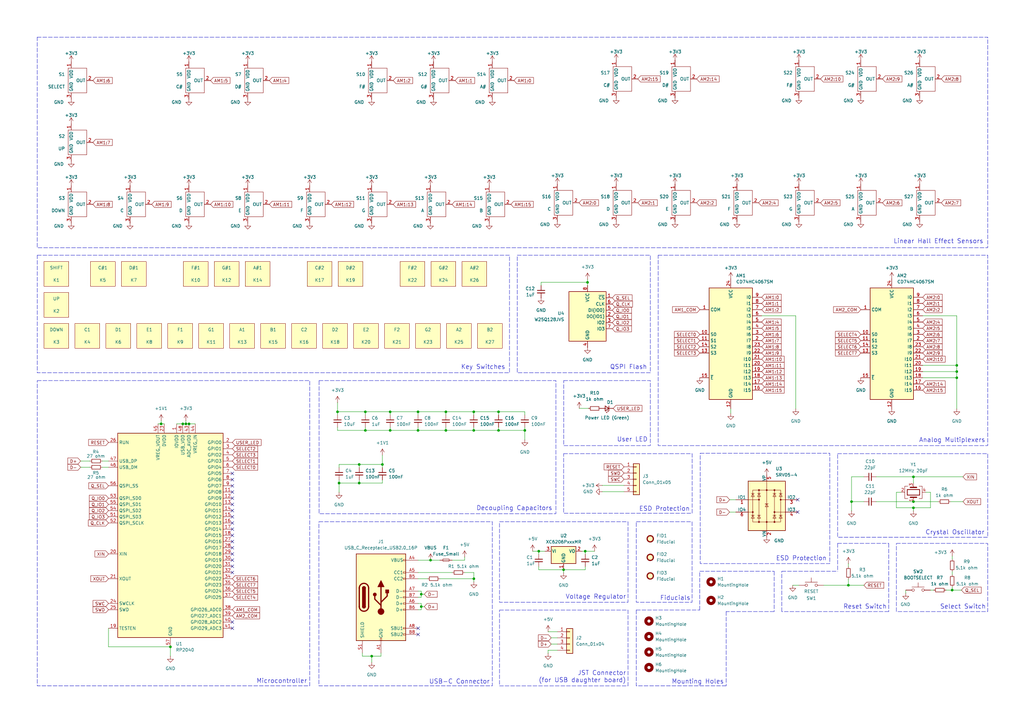
<source format=kicad_sch>
(kicad_sch (version 20231120) (generator "eeschema") (generator_version "8.0")
  (paper "A3")
  (title_block (title "Analog MIDI Keyboard") (date "2024-10-21"))
  (junction (at 204.47 176.53))
  (junction (at 152.4506 269.1101))
  (junction (at 69.9006 265.3001))
  (junction (at 392.43 154.94))
  (junction (at 240.9715 115.8093))
  (junction (at 347.98 240.03))
  (junction (at 182.88 168.91))
  (junction (at 156.845 190.5))
  (junction (at 176.5806 229.7401))
  (junction (at 74.9806 173.8601))
  (junction (at 66.0906 173.8601))
  (junction (at 392.43 149.86))
  (junction (at 147.32 190.5))
  (junction (at 149.86 168.91))
  (junction (at 160.02 176.53))
  (junction (at 240.03 226.06))
  (junction (at 172.7706 243.7101))
  (junction (at 149.86 176.53))
  (junction (at 182.88 176.53))
  (junction (at 374.65 205.74))
  (junction (at 139.065 198.12))
  (junction (at 138.43 168.91))
  (junction (at 194.31 176.53))
  (junction (at 171.45 168.91))
  (junction (at 390.5278 242.0279))
  (junction (at 374.65 208.28))
  (junction (at 194.31 168.91))
  (junction (at 171.45 176.53))
  (junction (at 147.32 198.12))
  (junction (at 160.02 168.91))
  (junction (at 76.2506 173.8601))
  (junction (at 172.7706 248.7901))
  (junction (at 194.3606 237.3601))
  (junction (at 374.65 195.58))
  (junction (at 392.43 152.4))
  (junction (at 349.25 205.74))
  (junction (at 231.14 233.68))
  (junction (at 77.5206 173.8601))
  (junction (at 215.265 176.53))
  (junction (at 204.47 168.91))
  (junction (at 220.98 226.06))
  (no_connect (at 95.3006 196.7201))
  (no_connect (at 171.5006 260.2201))
  (no_connect (at 327.1705 210.0257))
  (no_connect (at 95.3006 255.1401))
  (no_connect (at 95.3006 232.2801))
  (no_connect (at 327.1705 204.9457))
  (no_connect (at 95.3006 257.6801))
  (no_connect (at 95.3006 217.0401))
  (no_connect (at 95.3006 206.8801))
  (no_connect (at 95.3006 229.7401))
  (no_connect (at 95.3006 194.1801))
  (no_connect (at 95.3006 204.3401))
  (no_connect (at 95.3006 222.1201))
  (no_connect (at 95.3006 199.2601))
  (no_connect (at 95.3006 209.4201))
  (no_connect (at 95.3006 214.5001))
  (no_connect (at 95.3006 201.8001))
  (no_connect (at 171.5006 257.6801))
  (no_connect (at 95.3006 219.5801))
  (no_connect (at 95.3006 227.2001))
  (no_connect (at 95.3006 211.9601))
  (no_connect (at 95.3006 224.6601))
  (no_connect (at 95.3006 234.8201))
  (polyline (pts (xy 317.5 234.315) (xy 317.5 250.825)) (stroke (width 0) (type dash)))
  (wire (pts (xy 312.42 129.54) (xy 326.39 129.54)))
  (wire (pts (xy 171.45 176.53) (xy 182.88 176.53)))
  (wire (pts (xy 147.32 190.5) (xy 156.845 190.5)))
  (wire (pts (xy 381.635 208.28) (xy 381.635 201.93)))
  (wire (pts (xy 147.32 190.5) (xy 147.32 191.77)))
  (wire (pts (xy 139.065 198.12) (xy 147.32 198.12)))
  (wire (pts (xy 381.6378 242.0279) (xy 382.9078 242.0279)))
  (polyline (pts (xy 260.985 250.19) (xy 287.02 250.19)) (stroke (width 0) (type dash)))
  (wire (pts (xy 172.7706 247.5201) (xy 172.7706 248.7901)))
  (wire (pts (xy 156.845 198.12) (xy 156.845 196.85)))
  (wire (pts (xy 194.31 168.91) (xy 204.47 168.91)))
  (wire (pts (xy 390.5278 242.0279) (xy 394.3378 242.0279)))
  (polyline (pts (xy 343.535 222.885) (xy 343.535 234.315)) (stroke (width 0) (type dash)))
  (wire (pts (xy 194.3606 237.3601) (xy 180.3906 237.3601)))
  (polyline (pts (xy 287.02 234.315) (xy 317.5 234.315)) (stroke (width 0) (type dash)))
  (wire (pts (xy 74.9806 173.8601) (xy 76.2506 173.8601)))
  (wire (pts (xy 226.06 264.16) (xy 228.6 264.16)))
  (wire (pts (xy 231.14 233.68) (xy 231.14 234.95)))
  (wire (pts (xy 41.9606 191.6401) (xy 44.5006 191.6401)))
  (wire (pts (xy 160.02 168.91) (xy 171.45 168.91)))
  (wire (pts (xy 171.5006 242.4401) (xy 172.7706 242.4401)))
  (wire (pts (xy 194.31 170.18) (xy 194.31 168.91)))
  (wire (pts (xy 378.46 149.86) (xy 392.43 149.86)))
  (wire (pts (xy 44.5006 265.3001) (xy 69.9006 265.3001)))
  (polyline (pts (xy 297.815 281.305) (xy 260.985 281.305)) (stroke (width 0) (type dash)))
  (wire (pts (xy 33.0706 191.6401) (xy 36.8806 191.6401)))
  (wire (pts (xy 172.7706 244.9801) (xy 171.5006 244.9801)))
  (wire (pts (xy 240.9715 115.8093) (xy 240.9715 117.0793)))
  (wire (pts (xy 390.5278 228.0579) (xy 390.5278 229.3279)))
  (wire (pts (xy 381.635 201.93) (xy 379.73 201.93)))
  (polyline (pts (xy 297.815 250.825) (xy 297.815 281.305)) (stroke (width 0) (type dash)))
  (wire (pts (xy 72.4406 173.8601) (xy 74.9806 173.8601)))
  (wire (pts (xy 171.5006 229.7401) (xy 176.5806 229.7401)))
  (polyline (pts (xy 317.5 250.825) (xy 297.815 250.825)) (stroke (width 0) (type dash)))
  (wire (pts (xy 392.43 149.86) (xy 392.43 152.4)))
  (wire (pts (xy 176.5806 229.7401) (xy 180.3906 229.7401)))
  (wire (pts (xy 354.33 195.58) (xy 349.25 195.58)))
  (wire (pts (xy 325.12 240.03) (xy 327.66 240.03)))
  (wire (pts (xy 349.25 195.58) (xy 349.25 205.74)))
  (wire (pts (xy 160.02 176.53) (xy 171.45 176.53)))
  (wire (pts (xy 171.5006 234.8201) (xy 185.4706 234.8201)))
  (wire (pts (xy 138.43 168.91) (xy 138.43 170.18)))
  (wire (pts (xy 149.86 168.91) (xy 160.02 168.91)))
  (wire (pts (xy 156.845 190.5) (xy 156.845 191.77)))
  (wire (pts (xy 392.43 129.54) (xy 392.43 149.86)))
  (wire (pts (xy 138.43 176.53) (xy 149.86 176.53)))
  (wire (pts (xy 172.7706 248.7901) (xy 172.7706 250.0601)))
  (wire (pts (xy 147.32 198.12) (xy 156.845 198.12)))
  (wire (pts (xy 215.265 176.53) (xy 215.265 180.34)))
  (wire (pts (xy 347.98 232.41) (xy 347.98 231.14)))
  (wire (pts (xy 374.65 205.74) (xy 384.81 205.74)))
  (wire (pts (xy 220.98 232.41) (xy 220.98 233.68)))
  (wire (pts (xy 390.5278 234.4079) (xy 390.5278 235.6779)))
  (wire (pts (xy 171.5006 247.5201) (xy 172.7706 247.5201)))
  (wire (pts (xy 390.5278 240.7579) (xy 390.5278 242.0279)))
  (wire (pts (xy 41.9606 189.1001) (xy 44.5006 189.1001)))
  (wire (pts (xy 147.32 198.12) (xy 147.32 196.85)))
  (polyline (pts (xy 260.985 250.19) (xy 260.985 281.305)) (stroke (width 0) (type dash)))
  (wire (pts (xy 148.6406 269.1101) (xy 152.4506 269.1101)))
  (wire (pts (xy 194.3606 234.8201) (xy 194.3606 237.3601)))
  (wire (pts (xy 139.065 196.85) (xy 139.065 198.12)))
  (wire (pts (xy 215.265 170.18) (xy 215.265 168.91)))
  (wire (pts (xy 77.5206 173.8601) (xy 80.0606 173.8601)))
  (wire (pts (xy 152.4506 269.1101) (xy 152.4506 271.6501)))
  (wire (pts (xy 240.03 233.68) (xy 231.14 233.68)))
  (wire (pts (xy 299.2305 204.9457) (xy 301.7705 204.9457)))
  (wire (pts (xy 367.665 208.28) (xy 374.65 208.28)))
  (wire (pts (xy 218.44 226.06) (xy 220.98 226.06)))
  (wire (pts (xy 149.86 168.91) (xy 149.86 170.18)))
  (wire (pts (xy 182.88 176.53) (xy 194.31 176.53)))
  (wire (pts (xy 228.6 266.7) (xy 224.79 266.7)))
  (wire (pts (xy 392.43 167.64) (xy 392.43 154.94)))
  (wire (pts (xy 44.5006 257.6801) (xy 44.5006 265.3001)))
  (wire (pts (xy 182.88 168.91) (xy 171.45 168.91)))
  (wire (pts (xy 220.98 227.33) (xy 220.98 226.06)))
  (wire (pts (xy 215.265 175.26) (xy 215.265 176.53)))
  (wire (pts (xy 194.31 175.26) (xy 194.31 176.53)))
  (wire (pts (xy 156.845 186.69) (xy 156.845 190.5)))
  (wire (pts (xy 378.46 152.4) (xy 392.43 152.4)))
  (wire (pts (xy 349.25 205.74) (xy 349.25 209.55)))
  (wire (pts (xy 64.8206 173.8601) (xy 66.0906 173.8601)))
  (wire (pts (xy 247.0354 201.6461) (xy 255.9254 201.6461)))
  (wire (pts (xy 138.43 168.91) (xy 138.43 165.1)))
  (wire (pts (xy 237.5406 167.5101) (xy 241.3506 167.5101)))
  (wire (pts (xy 337.82 240.03) (xy 347.98 240.03)))
  (wire (pts (xy 204.47 168.91) (xy 215.265 168.91)))
  (wire (pts (xy 194.3606 238.6301) (xy 194.3606 237.3601)))
  (wire (pts (xy 194.31 176.53) (xy 204.47 176.53)))
  (wire (pts (xy 221.9215 115.8093) (xy 221.9215 117.0793)))
  (wire (pts (xy 367.665 201.93) (xy 367.665 208.28)))
  (wire (pts (xy 171.5006 237.3601) (xy 175.3106 237.3601)))
  (wire (pts (xy 299.72 169.545) (xy 299.72 167.64)))
  (polyline (pts (xy 320.675 234.315) (xy 343.535 234.315)) (stroke (width 0) (type dash)))
  (wire (pts (xy 371.4778 242.0279) (xy 371.4778 243.2979)))
  (wire (pts (xy 182.88 175.26) (xy 182.88 176.53)))
  (polyline (pts (xy 364.49 222.885) (xy 364.49 250.825)) (stroke (width 0) (type dash)))
  (wire (pts (xy 224.79 266.7) (xy 224.79 267.97)))
  (wire (pts (xy 139.065 191.77) (xy 139.065 190.5)))
  (wire (pts (xy 172.7706 242.4401) (xy 172.7706 243.7101)))
  (wire (pts (xy 172.7706 250.0601) (xy 171.5006 250.0601)))
  (wire (pts (xy 204.47 175.26) (xy 204.47 176.53)))
  (wire (pts (xy 224.79 259.08) (xy 228.6 259.08)))
  (wire (pts (xy 240.9715 115.8093) (xy 221.9215 115.8093)))
  (wire (pts (xy 160.02 175.26) (xy 160.02 176.53)))
  (wire (pts (xy 182.88 168.91) (xy 194.31 168.91)))
  (wire (pts (xy 172.7706 243.7101) (xy 174.0406 243.7101)))
  (wire (pts (xy 172.7706 243.7101) (xy 172.7706 244.9801)))
  (wire (pts (xy 347.98 240.03) (xy 354.33 240.03)))
  (wire (pts (xy 76.2506 173.8601) (xy 77.5206 173.8601)))
  (wire (pts (xy 171.45 170.18) (xy 171.45 168.91)))
  (wire (pts (xy 182.88 168.91) (xy 182.88 170.18)))
  (wire (pts (xy 326.39 167.64) (xy 326.39 129.54)))
  (wire (pts (xy 359.41 205.74) (xy 374.65 205.74)))
  (wire (pts (xy 378.46 154.94) (xy 392.43 154.94)))
  (wire (pts (xy 66.0906 172.5901) (xy 66.0906 173.8601)))
  (wire (pts (xy 243.84 226.06) (xy 240.03 226.06)))
  (wire (pts (xy 299.2305 210.0257) (xy 301.7705 210.0257)))
  (wire (pts (xy 171.45 175.26) (xy 171.45 176.53)))
  (wire (pts (xy 190.5506 229.7401) (xy 185.4706 229.7401)))
  (wire (pts (xy 148.6406 267.8401) (xy 148.6406 269.1101)))
  (wire (pts (xy 220.98 233.68) (xy 231.14 233.68)))
  (wire (pts (xy 369.57 201.93) (xy 367.665 201.93)))
  (wire (pts (xy 33.0706 189.1001) (xy 36.8806 189.1001)))
  (wire (pts (xy 138.43 168.91) (xy 149.86 168.91)))
  (wire (pts (xy 374.65 208.28) (xy 374.65 209.55)))
  (wire (pts (xy 392.43 152.4) (xy 392.43 154.94)))
  (wire (pts (xy 240.03 226.06) (xy 238.76 226.06)))
  (wire (pts (xy 156.2606 267.8401) (xy 156.2606 269.1101)))
  (wire (pts (xy 389.89 205.74) (xy 394.97 205.74)))
  (wire (pts (xy 139.065 198.12) (xy 139.065 201.93)))
  (wire (pts (xy 139.065 190.5) (xy 147.32 190.5)))
  (wire (pts (xy 247.0354 199.1061) (xy 255.9254 199.1061)))
  (wire (pts (xy 359.41 195.58) (xy 374.65 195.58)))
  (polyline (pts (xy 343.535 222.885) (xy 364.49 222.885)) (stroke (width 0) (type dash)))
  (wire (pts (xy 66.0906 173.8601) (xy 67.3606 173.8601)))
  (wire (pts (xy 374.65 195.58) (xy 394.97 195.58)))
  (polyline (pts (xy 320.675 250.825) (xy 320.675 234.315)) (stroke (width 0) (type dash)))
  (wire (pts (xy 220.98 226.06) (xy 223.52 226.06)))
  (wire (pts (xy 240.9715 114.5393) (xy 240.9715 115.8093)))
  (wire (pts (xy 374.65 208.28) (xy 381.635 208.28)))
  (wire (pts (xy 149.86 176.53) (xy 160.02 176.53)))
  (wire (pts (xy 204.47 168.91) (xy 204.47 170.18)))
  (wire (pts (xy 347.98 237.49) (xy 347.98 240.03)))
  (wire (pts (xy 387.9878 242.0279) (xy 390.5278 242.0279)))
  (wire (pts (xy 76.2506 172.5901) (xy 76.2506 173.8601)))
  (polyline (pts (xy 287.02 250.19) (xy 287.02 234.315)) (stroke (width 0) (type dash)))
  (wire (pts (xy 190.5506 228.4701) (xy 190.5506 229.7401)))
  (wire (pts (xy 226.06 261.62) (xy 228.6 261.62)))
  (wire (pts (xy 160.02 168.91) (xy 160.02 170.18)))
  (wire (pts (xy 392.43 129.54) (xy 378.46 129.54)))
  (wire (pts (xy 240.03 232.41) (xy 240.03 233.68)))
  (wire (pts (xy 204.47 176.53) (xy 215.265 176.53)))
  (wire (pts (xy 190.5506 234.8201) (xy 194.3606 234.8201)))
  (wire (pts (xy 152.4506 269.1101) (xy 156.2606 269.1101)))
  (wire (pts (xy 349.25 205.74) (xy 354.33 205.74)))
  (wire (pts (xy 172.7706 248.7901) (xy 174.0406 248.7901)))
  (wire (pts (xy 138.43 176.53) (xy 138.43 175.26)))
  (wire (pts (xy 240.03 227.33) (xy 240.03 226.06)))
  (wire (pts (xy 149.86 175.26) (xy 149.86 176.53)))
  (wire (pts (xy 69.9006 265.3001) (xy 69.9006 269.1101)))
  (polyline (pts (xy 364.49 250.825) (xy 320.675 250.825)) (stroke (width 0) (type dash)))
  (wire (pts (xy 374.65 195.58) (xy 374.65 198.12)))
  (rectangle (start 204.8697 250.2105) (end 257.5747 281.3255) (stroke (width 0) (type dash)))
  (rectangle (start 212.1406 104.6451) (end 266.7506 152.9051) (stroke (width 0) (type dash)))
  (rectangle (start 367.665 222.885) (end 405.13 250.825) (stroke (width 0) (type dash)))
  (rectangle (start 204.8697 214.0155) (end 257.5747 247.0355) (stroke (width 0) (type dash)))
  (rectangle (start 231.1906 156.0801) (end 266.7506 182.7501) (stroke (width 0) (type dash)))
  (rectangle (start 260.985 213.995) (end 283.845 247.015) (stroke (width 0) (type dash)))
  (rectangle (start 130.81 213.995) (end 201.93 281.305) (stroke (width 0) (type dash)))
  (rectangle (start 343.535 186.055) (end 405.13 220.345) (stroke (width 0) (type dash)))
  (rectangle (start 15.2906 156.0801) (end 127.0506 281.305) (stroke (width 0) (type dash)))
  (rectangle (start 287.1655 185.8957) (end 340.36 231.14) (stroke (width 0) (type dash)))
  (rectangle (start 269.9256 104.6451) (end 405.13 182.7501) (stroke (width 0) (type dash)))
  (rectangle (start 130.8606 156.0801) (end 228.0156 210.6901) (stroke (width 0) (type dash)))
  (rectangle (start 15.24 15.24) (end 405.13 101.6) (stroke (width 0) (type dash)))
  (rectangle (start 15.2906 104.6451) (end 208.9656 152.9051) (stroke (width 0) (type dash)))
  (rectangle (start 231.1604 186.055) (end 283.8654 210.5361) (stroke (width 0) (type dash)))
  (text "ESD Protection" (at 282.956 208.788 0) (effects (font (size 1.8288 1.8288)) (justify right)))
  (text "Decoupling Capacitors" (at 226.568 208.534 0) (effects (font (size 1.8288 1.8288)) (justify right)))
  (text "Microcontroller" (at 125.984 279.4 0) (effects (font (size 1.8288 1.8288)) (justify right)))
  (text "Select Switch" (at 404.368 248.92 0) (effects (font (size 1.8288 1.8288)) (justify right)))
  (text "Voltage Regulator" (at 256.794 244.856 0) (effects (font (size 1.8288 1.8288)) (justify right)))
  (text "Fiducials" (at 283.21 245.364 0) (effects (font (size 1.8288 1.8288)) (justify right)))
  (text "QSPI Flash" (at 265.43 150.622 0) (effects (font (size 1.8288 1.8288)) (justify right)))
  (text "Reset Switch" (at 363.728 248.92 0) (effects (font (size 1.8288 1.8288)) (justify right)))
  (text "Crystal Oscillator" (at 403.86 218.44 0) (effects (font (size 1.8288 1.8288)) (justify right)))
  (text "IC" (at 0.635 -248.285 0) (effects (font (size 2.54 2.54)) (justify left bottom)))
  (text "JST Connector\n(for USB daughter board)" (at 256.794 277.622 0) (effects (font (size 1.8288 1.8288)) (justify right)))
  (text "Key Switches" (at 207.264 150.622 0) (effects (font (size 1.8288 1.8288)) (justify right)))
  (text "USB-C Connector" (at 200.914 279.654 0) (effects (font (size 1.8288 1.8288)) (justify right)))
  (text "ESD Protection" (at 339.09 229.108 0) (effects (font (size 1.8288 1.8288)) (justify right)))
  (text "Mounting Holes\n" (at 296.926 279.654 0) (effects (font (size 1.8288 1.8288)) (justify right)))
  (text "User LED" (at 265.6537 180.3367 0) (effects (font (size 1.8288 1.8288)) (justify right)))
  (text "Analog Multiplexers" (at 404.114 180.594 0) (effects (font (size 1.8288 1.8288)) (justify right)))
  (text "Linear Hall Effect Sensors" (at 403.352 99.06 0) (effects (font (size 1.8288 1.8288)) (justify right)))
  (global_label "AM1_COM" (shape input) (at 95.3006 250.0601 0) (property "Intersheetrefs" "${INTERSHEET_REFS}" (effects (hide yes))))
  (global_label "SELECT4" (shape input) (at 95.3006 244.9801 0) (property "Intersheetrefs" "${INTERSHEET_REFS}" (effects (hide yes))))
  (global_label "AM2:4" (shape input) (at 311.15 83.185 0) (property "Intersheetrefs" "${INTERSHEET_REFS}" (effects (hide yes))))
  (global_label "AM1:5" (shape input) (at 86.36 33.02 0) (property "Intersheetrefs" "${INTERSHEET_REFS}" (effects (hide yes))))
  (global_label "AM2:15" (shape input) (at 378.46 160.02 0) (property "Intersheetrefs" "${INTERSHEET_REFS}" (effects (hide yes))))
  (global_label "SELECT0" (shape input) (at 287.02 137.16 180) (property "Intersheetrefs" "${INTERSHEET_REFS}" (effects (hide yes))))
  (global_label "SWD" (shape input) (at 255.9254 194.0261 180) (property "Intersheetrefs" "${INTERSHEET_REFS}" (effects (hide yes))))
  (global_label "AM1:4" (shape input) (at 312.42 132.08 0) (property "Intersheetrefs" "${INTERSHEET_REFS}" (effects (hide yes))))
  (global_label "AM1:7" (shape input) (at 312.42 139.7 0) (property "Intersheetrefs" "${INTERSHEET_REFS}" (effects (hide yes))))
  (global_label "AM2:5" (shape input) (at 336.55 83.185 0) (property "Intersheetrefs" "${INTERSHEET_REFS}" (effects (hide yes))))
  (global_label "SELECT7" (shape input) (at 95.3006 239.9001 0) (property "Intersheetrefs" "${INTERSHEET_REFS}" (effects (hide yes))))
  (global_label "SELECT1" (shape input) (at 287.02 139.7 180) (property "Intersheetrefs" "${INTERSHEET_REFS}" (effects (hide yes))))
  (global_label "AM1_COM" (shape input) (at 287.02 127 180) (property "Intersheetrefs" "${INTERSHEET_REFS}" (effects (hide yes))))
  (global_label "Q_SEL" (shape input) (at 394.3378 242.0279 0) (property "Intersheetrefs" "${INTERSHEET_REFS}" (effects (hide yes))))
  (global_label "Q_IO1" (shape input) (at 251.1315 129.7793 0) (property "Intersheetrefs" "${INTERSHEET_REFS}" (effects (hide yes))))
  (global_label "AM2:15" (shape input) (at 261.62 32.385 0) (property "Intersheetrefs" "${INTERSHEET_REFS}" (effects (hide yes))))
  (global_label "AM1:8" (shape input) (at 38.1 83.82 0) (property "Intersheetrefs" "${INTERSHEET_REFS}" (effects (hide yes))))
  (global_label "AM1:6" (shape input) (at 38.1 33.02 0) (property "Intersheetrefs" "${INTERSHEET_REFS}" (effects (hide yes))))
  (global_label "Q_SEL" (shape input) (at 251.1315 122.1593 0) (property "Intersheetrefs" "${INTERSHEET_REFS}" (effects (hide yes))))
  (global_label "AM2:5" (shape input) (at 378.46 134.62 0) (property "Intersheetrefs" "${INTERSHEET_REFS}" (effects (hide yes))))
  (global_label "AM1:13" (shape input) (at 312.42 154.94 0) (property "Intersheetrefs" "${INTERSHEET_REFS}" (effects (hide yes))))
  (global_label "D+" (shape input) (at 226.06 264.16 180) (property "Intersheetrefs" "${INTERSHEET_REFS}" (effects (hide yes))))
  (global_label "USER_LED" (shape input) (at 95.3006 181.4801 0) (property "Intersheetrefs" "${INTERSHEET_REFS}" (effects (hide yes))))
  (global_label "AM2:0" (shape input) (at 237.49 83.185 0) (property "Intersheetrefs" "${INTERSHEET_REFS}" (effects (hide yes))))
  (global_label "Q_CLK" (shape input) (at 44.5006 214.5001 180) (property "Intersheetrefs" "${INTERSHEET_REFS}" (effects (hide yes))))
  (global_label "SWC" (shape input) (at 255.9254 196.5661 180) (property "Intersheetrefs" "${INTERSHEET_REFS}" (effects (hide yes))))
  (global_label "AM1:13" (shape input) (at 161.29 83.82 0) (property "Intersheetrefs" "${INTERSHEET_REFS}" (effects (hide yes))))
  (global_label "AM1:9" (shape input) (at 312.42 144.78 0) (property "Intersheetrefs" "${INTERSHEET_REFS}" (effects (hide yes))))
  (global_label "AM1:11" (shape input) (at 110.49 83.82 0) (property "Intersheetrefs" "${INTERSHEET_REFS}" (effects (hide yes))))
  (global_label "D+" (shape input) (at 174.0406 248.7901 0) (property "Intersheetrefs" "${INTERSHEET_REFS}" (effects (hide yes))))
  (global_label "AM1:0" (shape input) (at 210.82 33.02 0) (property "Intersheetrefs" "${INTERSHEET_REFS}" (effects (hide yes))))
  (global_label "SELECT6" (shape input) (at 95.3006 237.3601 0) (property "Intersheetrefs" "${INTERSHEET_REFS}" (effects (hide yes))))
  (global_label "SELECT3" (shape input) (at 95.3006 186.5601 0) (property "Intersheetrefs" "${INTERSHEET_REFS}" (effects (hide yes))))
  (global_label "AM1:15" (shape input) (at 312.42 160.02 0) (property "Intersheetrefs" "${INTERSHEET_REFS}" (effects (hide yes))))
  (global_label "D-" (shape input) (at 299.2305 210.0257 180) (property "Intersheetrefs" "${INTERSHEET_REFS}" (effects (hide yes))))
  (global_label "Q_IO3" (shape input) (at 44.5006 211.9601 180) (property "Intersheetrefs" "${INTERSHEET_REFS}" (effects (hide yes))))
  (global_label "SELECT2" (shape input) (at 95.3006 184.0201 0) (property "Intersheetrefs" "${INTERSHEET_REFS}" (effects (hide yes))))
  (global_label "AM2:2" (shape input) (at 285.75 83.185 0) (property "Intersheetrefs" "${INTERSHEET_REFS}" (effects (hide yes))))
  (global_label "AM1:12" (shape input) (at 312.42 152.4 0) (property "Intersheetrefs" "${INTERSHEET_REFS}" (effects (hide yes))))
  (global_label "AM2:2" (shape input) (at 378.46 127 0) (property "Intersheetrefs" "${INTERSHEET_REFS}" (effects (hide yes))))
  (global_label "AM2:6" (shape input) (at 378.46 137.16 0) (property "Intersheetrefs" "${INTERSHEET_REFS}" (effects (hide yes))))
  (global_label "AM1:14" (shape input) (at 312.42 157.48 0) (property "Intersheetrefs" "${INTERSHEET_REFS}" (effects (hide yes))))
  (global_label "D-" (shape input) (at 174.0406 243.7101 0) (property "Intersheetrefs" "${INTERSHEET_REFS}" (effects (hide yes))))
  (global_label "AM1:5" (shape input) (at 312.42 134.62 0) (property "Intersheetrefs" "${INTERSHEET_REFS}" (effects (hide yes))))
  (global_label "AM1:0" (shape input) (at 312.42 121.92 0) (property "Intersheetrefs" "${INTERSHEET_REFS}" (effects (hide yes))))
  (global_label "AM1:15" (shape input) (at 209.55 83.82 0) (property "Intersheetrefs" "${INTERSHEET_REFS}" (effects (hide yes))))
  (global_label "Q_IO2" (shape input) (at 44.5006 209.4201 180) (property "Intersheetrefs" "${INTERSHEET_REFS}" (effects (hide yes))))
  (global_label "AM1:1" (shape input) (at 186.69 33.02 0) (property "Intersheetrefs" "${INTERSHEET_REFS}" (effects (hide yes))))
  (global_label "Q_IO2" (shape input) (at 251.1315 132.3193 0) (property "Intersheetrefs" "${INTERSHEET_REFS}" (effects (hide yes))))
  (global_label "AM2:1" (shape input) (at 261.62 83.185 0) (property "Intersheetrefs" "${INTERSHEET_REFS}" (effects (hide yes))))
  (global_label "AM1:12" (shape input) (at 135.89 83.82 0) (property "Intersheetrefs" "${INTERSHEET_REFS}" (effects (hide yes))))
  (global_label "Q_SEL" (shape input) (at 44.5006 199.2601 180) (property "Intersheetrefs" "${INTERSHEET_REFS}" (effects (hide yes))))
  (global_label "SELECT1" (shape input) (at 95.3006 189.1001 0) (property "Intersheetrefs" "${INTERSHEET_REFS}" (effects (hide yes))))
  (global_label "SWD" (shape input) (at 44.5006 250.0601 180) (property "Intersheetrefs" "${INTERSHEET_REFS}" (effects (hide yes))))
  (global_label "Q_CLK" (shape input) (at 251.1315 124.6993 0) (property "Intersheetrefs" "${INTERSHEET_REFS}" (effects (hide yes))))
  (global_label "Q_IO1" (shape input) (at 44.5006 206.8801 180) (property "Intersheetrefs" "${INTERSHEET_REFS}" (effects (hide yes))))
  (global_label "XOUT" (shape input) (at 44.5006 237.3601 180) (property "Intersheetrefs" "${INTERSHEET_REFS}" (effects (hide yes))))
  (global_label "AM2:8" (shape input) (at 378.46 142.24 0) (property "Intersheetrefs" "${INTERSHEET_REFS}" (effects (hide yes))))
  (global_label "SELECT4" (shape input) (at 353.06 137.16 180) (property "Intersheetrefs" "${INTERSHEET_REFS}" (effects (hide yes))))
  (global_label "D-" (shape input) (at 33.0706 191.6401 180) (property "Intersheetrefs" "${INTERSHEET_REFS}" (effects (hide yes))))
  (global_label "AM2:8" (shape input) (at 386.08 32.385 0) (property "Intersheetrefs" "${INTERSHEET_REFS}" (effects (hide yes))))
  (global_label "SELECT2" (shape input) (at 287.02 142.24 180) (property "Intersheetrefs" "${INTERSHEET_REFS}" (effects (hide yes))))
  (global_label "AM1:4" (shape input) (at 110.49 33.02 0) (property "Intersheetrefs" "${INTERSHEET_REFS}" (effects (hide yes))))
  (global_label "AM1:1" (shape input) (at 312.42 124.46 0) (property "Intersheetrefs" "${INTERSHEET_REFS}" (effects (hide yes))))
  (global_label "AM1:10" (shape input) (at 86.36 83.82 0) (property "Intersheetrefs" "${INTERSHEET_REFS}" (effects (hide yes))))
  (global_label "AM2_COM" (shape input) (at 95.3006 252.6001 0) (property "Intersheetrefs" "${INTERSHEET_REFS}" (effects (hide yes))))
  (global_label "SELECT5" (shape input) (at 353.06 139.7 180) (property "Intersheetrefs" "${INTERSHEET_REFS}" (effects (hide yes))))
  (global_label "Q_IO3" (shape input) (at 251.1315 134.8593 0) (property "Intersheetrefs" "${INTERSHEET_REFS}" (effects (hide yes))))
  (global_label "SWC" (shape input) (at 44.5006 247.5201 180) (property "Intersheetrefs" "${INTERSHEET_REFS}" (effects (hide yes))))
  (global_label "SELECT5" (shape input) (at 95.3006 242.4401 0) (property "Intersheetrefs" "${INTERSHEET_REFS}" (effects (hide yes))))
  (global_label "AM1:8" (shape input) (at 312.42 142.24 0) (property "Intersheetrefs" "${INTERSHEET_REFS}" (effects (hide yes))))
  (global_label "AM2:1" (shape input) (at 378.46 124.46 0) (property "Intersheetrefs" "${INTERSHEET_REFS}" (effects (hide yes))))
  (global_label "D+" (shape input) (at 33.0706 189.1001 180) (property "Intersheetrefs" "${INTERSHEET_REFS}" (effects (hide yes))))
  (global_label "AM1:11" (shape input) (at 312.42 149.86 0) (property "Intersheetrefs" "${INTERSHEET_REFS}" (effects (hide yes))))
  (global_label "AM2:9" (shape input) (at 378.46 144.78 0) (property "Intersheetrefs" "${INTERSHEET_REFS}" (effects (hide yes))))
  (global_label "AM2_COM" (shape input) (at 353.06 127 180) (property "Intersheetrefs" "${INTERSHEET_REFS}" (effects (hide yes))))
  (global_label "AM2:7" (shape input) (at 386.08 83.185 0) (property "Intersheetrefs" "${INTERSHEET_REFS}" (effects (hide yes))))
  (global_label "RESET" (shape input) (at 44.5006 181.4801 180) (property "Intersheetrefs" "${INTERSHEET_REFS}" (effects (hide yes))))
  (global_label "RESET" (shape input) (at 255.9254 191.4861 180) (property "Intersheetrefs" "${INTERSHEET_REFS}" (effects (hide yes))))
  (global_label "AM1:9" (shape input) (at 62.23 83.82 0) (property "Intersheetrefs" "${INTERSHEET_REFS}" (effects (hide yes))))
  (global_label "AM2:9" (shape input) (at 361.95 32.385 0) (property "Intersheetrefs" "${INTERSHEET_REFS}" (effects (hide yes))))
  (global_label "AM1:7" (shape input) (at 38.1 58.42 0) (property "Intersheetrefs" "${INTERSHEET_REFS}" (effects (hide yes))))
  (global_label "AM2:10" (shape input) (at 378.46 147.32 0) (property "Intersheetrefs" "${INTERSHEET_REFS}" (effects (hide yes))))
  (global_label "RESET" (shape input) (at 354.33 240.03 0) (property "Intersheetrefs" "${INTERSHEET_REFS}" (effects (hide yes))))
  (global_label "AM1:2" (shape input) (at 312.42 127 0) (property "Intersheetrefs" "${INTERSHEET_REFS}" (effects (hide yes))))
  (global_label "AM1:6" (shape input) (at 312.42 137.16 0) (property "Intersheetrefs" "${INTERSHEET_REFS}" (effects (hide yes))))
  (global_label "AM2:14" (shape input) (at 378.46 157.48 0) (property "Intersheetrefs" "${INTERSHEET_REFS}" (effects (hide yes))))
  (global_label "SELECT0" (shape input) (at 95.3006 191.6401 0) (property "Intersheetrefs" "${INTERSHEET_REFS}" (effects (hide yes))))
  (global_label "D+" (shape input) (at 299.2305 204.9457 180) (property "Intersheetrefs" "${INTERSHEET_REFS}" (effects (hide yes))))
  (global_label "AM2:10" (shape input) (at 336.55 32.385 0) (property "Intersheetrefs" "${INTERSHEET_REFS}" (effects (hide yes))))
  (global_label "Q_IO0" (shape input) (at 251.1315 127.2393 0) (property "Intersheetrefs" "${INTERSHEET_REFS}" (effects (hide yes))))
  (global_label "XIN" (shape input) (at 394.97 195.58 0) (property "Intersheetrefs" "${INTERSHEET_REFS}" (effects (hide yes))))
  (global_label "AM2:14" (shape input) (at 285.75 32.385 0) (property "Intersheetrefs" "${INTERSHEET_REFS}" (effects (hide yes))))
  (global_label "AM1:10" (shape input) (at 312.42 147.32 0) (property "Intersheetrefs" "${INTERSHEET_REFS}" (effects (hide yes))))
  (global_label "AM1:2" (shape input) (at 161.29 33.02 0) (property "Intersheetrefs" "${INTERSHEET_REFS}" (effects (hide yes))))
  (global_label "USER_LED" (shape input) (at 251.5106 167.5101 0) (property "Intersheetrefs" "${INTERSHEET_REFS}" (effects (hide yes))))
  (global_label "XOUT" (shape input) (at 394.97 205.74 0) (property "Intersheetrefs" "${INTERSHEET_REFS}" (effects (hide yes))))
  (global_label "AM2:4" (shape input) (at 378.46 132.08 0) (property "Intersheetrefs" "${INTERSHEET_REFS}" (effects (hide yes))))
  (global_label "SELECT6" (shape input) (at 353.06 142.24 180) (property "Intersheetrefs" "${INTERSHEET_REFS}" (effects (hide yes))))
  (global_label "AM2:0" (shape input) (at 378.46 121.92 0) (property "Intersheetrefs" "${INTERSHEET_REFS}" (effects (hide yes))))
  (global_label "D-" (shape input) (at 226.06 261.62 180) (property "Intersheetrefs" "${INTERSHEET_REFS}" (effects (hide yes))))
  (global_label "SELECT7" (shape input) (at 353.06 144.78 180) (property "Intersheetrefs" "${INTERSHEET_REFS}" (effects (hide yes))))
  (global_label "XIN" (shape input) (at 44.5006 227.2001 180) (property "Intersheetrefs" "${INTERSHEET_REFS}" (effects (hide yes))))
  (global_label "SELECT3" (shape input) (at 287.02 144.78 180) (property "Intersheetrefs" "${INTERSHEET_REFS}" (effects (hide yes))))
  (global_label "Q_IO0" (shape input) (at 44.5006 204.3401 180) (property "Intersheetrefs" "${INTERSHEET_REFS}" (effects (hide yes))))
  (global_label "AM2:7" (shape input) (at 378.46 139.7 0) (property "Intersheetrefs" "${INTERSHEET_REFS}" (effects (hide yes))))
  (global_label "AM2:6" (shape input) (at 361.95 83.185 0) (property "Intersheetrefs" "${INTERSHEET_REFS}" (effects (hide yes))))
  (global_label "AM1:14" (shape input) (at 185.42 83.82 0) (property "Intersheetrefs" "${INTERSHEET_REFS}" (effects (hide yes))))
  (symbol (lib_id "power:+3V3") (at 299.72 114.3 0) (unit 1)
    (property "Reference" "#PWR01" (effects (hide yes)))
    (property "Value" "+3V3" (at 299.72 109.855 0))
    (property "Description" "Power symbol creates a global label with name \"+3V3\"" (effects (hide yes)))
  )
  (symbol (lib_id "KeyboardSymbols:GenericSwitch") (at 42.1677 112.3551 0) (unit 1) (exclude_from_sim yes) (in_bom no)
    (property "Reference" "K5" (at 42.1677 114.8951 0))
    (property "Value" "C#1" (at 42.1677 109.8151 0))
    (property "Footprint" "KeyboardFootprints:Generic_MX_PCB_1u" (effects (hide yes)))
    (property "Description" "Placeholder Generic Switch Footprint" (effects (hide yes)))
  )
  (symbol (lib_id "KeyboardSymbols:3PinHallEffect") (at 31.75 83.82 0) (unit 1)
    (property "Reference" "S3" (at 26.67 81.28 0) (effects (justify right)))
    (property "Value" "DOWN" (at 26.67 86.36 0) (effects (justify right)))
    (property "Footprint" "Package_TO_SOT_SMD:SOT-23" (effects (hide yes)))
    (property "LCSC" "C266230" (effects (hide yes)))
    (property "MPN" "GH39FKSW" (effects (hide yes)))
    (property "Notes" "Alternate part: OH49E-S (C85573)" (effects (hide yes)))
  )
  (symbol (lib_id "power:+3V3") (at 176.53 76.2 0) (unit 1)
    (property "Reference" "#PWR028" (effects (hide yes)))
    (property "Value" "+3V3" (at 176.53 72.644 0))
    (property "Description" "Power symbol creates a global label with name \"+3V3\"" (effects (hide yes)))
  )
  (symbol (lib_id "power:GND") (at 101.6 40.64 0) (unit 1)
    (property "Reference" "#PWR013" (effects (hide yes)))
    (property "Value" "GND" (at 96.52 41.91 0))
    (property "Description" "Power symbol creates a global label with name \"GND\" , ground" (effects (hide yes)))
  )
  (symbol (lib_id "power:+3V3") (at 53.34 76.2 0) (unit 1)
    (property "Reference" "#PWR016" (effects (hide yes)))
    (property "Value" "+3V3" (at 53.34 72.644 0))
    (property "Description" "Power symbol creates a global label with name \"+3V3\"" (effects (hide yes)))
  )
  (symbol (lib_id "Device:R_Small") (at 385.4478 242.0279 90) (unit 1)
    (property "Reference" "R7" (at 385.4478 236.9479 90))
    (property "Value" "1k ohm" (at 385.4478 239.4879 90))
    (property "Footprint" "Resistor_SMD:R_0402_1005Metric" (effects (hide yes)))
    (property "LCSC" "C11702" (effects (hide yes)))
  )
  (symbol (lib_id "KeyboardSymbols:GenericSwitch") (at 137.4177 137.7551 0) (unit 1) (exclude_from_sim yes) (in_bom no)
    (property "Reference" "K18" (at 137.4177 140.2951 0))
    (property "Value" "D2" (at 137.4177 135.2151 0))
    (property "Footprint" "KeyboardFootprints:Generic_MX_PCB_2u" (effects (hide yes)))
    (property "Description" "Placeholder Generic Switch Footprint" (effects (hide yes)))
  )
  (symbol (lib_id "power:GND") (at 194.3606 238.6301 0) (unit 1)
    (property "Reference" "#PWR044" (effects (hide yes)))
    (property "Value" "GND" (at 194.3606 243.7101 0))
    (property "Description" "Power symbol creates a global label with name \"GND\" , ground" (effects (hide yes)))
  )
  (symbol (lib_id "power:+3V3") (at 76.2506 172.5901 0) (unit 1)
    (property "Reference" "#PWR092" (effects (hide yes)))
    (property "Value" "+3V3" (at 76.2506 167.5101 0))
    (property "Description" "Power symbol creates a global label with name \"+3V3\"" (effects (hide yes)))
  )
  (symbol (lib_id "power:GND") (at 29.21 66.04 0) (unit 1)
    (property "Reference" "#PWR06" (effects (hide yes)))
    (property "Value" "GND" (at 24.13 67.31 0))
    (property "Description" "Power symbol creates a global label with name \"GND\" , ground" (effects (hide yes)))
  )
  (symbol (lib_id "KeyboardSymbols:GenericSwitch") (at 162.8177 137.7551 0) (unit 1) (exclude_from_sim yes) (in_bom no)
    (property "Reference" "K21" (at 162.8177 140.2951 0))
    (property "Value" "F2" (at 162.8177 135.2151 0))
    (property "Footprint" "KeyboardFootprints:Generic_MX_PCB_2u" (effects (hide yes)))
    (property "Description" "Placeholder Generic Switch Footprint" (effects (hide yes)))
  )
  (symbol (lib_id "Device:R_Small") (at 188.0106 234.8201 90) (unit 1)
    (property "Reference" "R1" (at 185.0896 232.2801 90))
    (property "Value" "5.1k ohm" (at 191.9476 232.2801 90))
    (property "Footprint" "Resistor_SMD:R_0402_1005Metric" (effects (hide yes)))
    (property "LCSC" "C25905" (effects (hide yes)))
  )
  (symbol (lib_id "Device:R_Small") (at 177.8506 237.3601 90) (unit 1)
    (property "Reference" "R2" (at 174.1676 239.9001 90))
    (property "Value" "5.1k ohm" (at 181.0256 239.9001 90))
    (property "Footprint" "Resistor_SMD:R_0402_1005Metric" (effects (hide yes)))
    (property "LCSC" "C25905" (effects (hide yes)))
  )
  (symbol (lib_id "KeyboardSymbols:3PinHallEffect") (at 330.2 32.385 0) (unit 1)
    (property "Reference" "S22" (at 325.12 29.845 0) (effects (justify right)))
    (property "Value" "F#" (at 325.12 34.925 0) (effects (justify right)))
    (property "Footprint" "Package_TO_SOT_SMD:SOT-23" (effects (hide yes)))
    (property "LCSC" "C266230" (effects (hide yes)))
    (property "MPN" "GH39FKSW" (effects (hide yes)))
    (property "Notes" "Alternate part: OH49E-S (C85573)" (effects (hide yes)))
  )
  (symbol (lib_id "KeyboardSymbols:3PinHallEffect") (at 355.6 83.185 0) (unit 1)
    (property "Reference" "S25" (at 350.52 80.645 0) (effects (justify right)))
    (property "Value" "A" (at 350.52 85.725 0) (effects (justify right)))
    (property "Footprint" "Package_TO_SOT_SMD:SOT-23" (effects (hide yes)))
    (property "LCSC" "C266230" (effects (hide yes)))
    (property "MPN" "GH39FKSW" (effects (hide yes)))
    (property "Notes" "Alternate part: OH49E-S (C85573)" (effects (hide yes)))
  )
  (symbol (lib_id "power:GND") (at 252.73 90.805 0) (unit 1)
    (property "Reference" "#PWR069" (effects (hide yes)))
    (property "Value" "GND" (at 247.65 92.075 0))
    (property "Description" "Power symbol creates a global label with name \"GND\" , ground" (effects (hide yes)))
  )
  (symbol (lib_id "power:GND") (at 77.47 91.44 0) (unit 1)
    (property "Reference" "#PWR015" (effects (hide yes)))
    (property "Value" "GND" (at 72.39 92.71 0))
    (property "Description" "Power symbol creates a global label with name \"GND\" , ground" (effects (hide yes)))
  )
  (symbol (lib_id "power:+5V") (at 314.4705 194.7857 0) (unit 1)
    (property "Reference" "#PWR042" (effects (hide yes)))
    (property "Value" "+5V" (at 314.4705 189.7057 0))
    (property "Description" "Power symbol creates a global label with name \"+5V\"" (effects (hide yes)))
  )
  (symbol (lib_id "KeyboardSymbols:3PinHallEffect") (at 180.34 33.02 0) (unit 1)
    (property "Reference" "S12" (at 175.26 30.48 0) (effects (justify right)))
    (property "Value" "G#" (at 175.26 35.56 0) (effects (justify right)))
    (property "Footprint" "Package_TO_SOT_SMD:SOT-23" (effects (hide yes)))
    (property "LCSC" "C266230" (effects (hide yes)))
    (property "MPN" "GH39FKSW" (effects (hide yes)))
    (property "Notes" "Alternate part: OH49E-S (C85573)" (effects (hide yes)))
  )
  (symbol (lib_id "power:+3V3") (at 177.8 25.4 0) (unit 1)
    (property "Reference" "#PWR024" (effects (hide yes)))
    (property "Value" "+3V3" (at 177.8 21.844 0))
    (property "Description" "Power symbol creates a global label with name \"+3V3\"" (effects (hide yes)))
  )
  (symbol (lib_id "KeyboardSymbols:GenericSwitch") (at 169.1677 112.3551 0) (unit 1) (exclude_from_sim yes) (in_bom no)
    (property "Reference" "K22" (at 169.1677 114.8951 0))
    (property "Value" "F#2" (at 169.1677 109.8151 0))
    (property "Footprint" "KeyboardFootprints:Generic_MX_PCB_1u" (effects (hide yes)))
    (property "Description" "Placeholder Generic Switch Footprint" (effects (hide yes)))
  )
  (symbol (lib_id "power:GND") (at 276.86 40.005 0) (unit 1)
    (property "Reference" "#PWR071" (effects (hide yes)))
    (property "Value" "GND" (at 271.78 41.275 0))
    (property "Description" "Power symbol creates a global label with name \"GND\" , ground" (effects (hide yes)))
  )
  (symbol (lib_id "Device:Crystal_GND24") (at 374.65 201.93 90) (unit 1)
    (property "Reference" "Y1" (at 374.65 190.5 90))
    (property "Value" "12MHz 20pF" (at 374.65 193.04 90))
    (property "Footprint" "Crystal:Crystal_SMD_3225-4Pin_3.2x2.5mm" (effects (hide yes)))
    (property "LCSC" "C9002" (effects (hide yes)))
  )
  (symbol (lib_id "power:GND") (at 371.4778 243.2979 0) (unit 1)
    (property "Reference" "#PWR061" (effects (hide yes)))
    (property "Value" "GND" (at 371.348 247.904 0))
    (property "Description" "Power symbol creates a global label with name \"GND\" , ground" (effects (hide yes)))
  )
  (symbol (lib_id "power:+3V3") (at 101.6 76.2 0) (unit 1)
    (property "Reference" "#PWR018" (effects (hide yes)))
    (property "Value" "+3V3" (at 101.6 72.644 0))
    (property "Description" "Power symbol creates a global label with name \"+3V3\"" (effects (hide yes)))
  )
  (symbol (lib_id "KeyboardSymbols:GenericSwitch") (at 99.3177 137.7551 0) (unit 1) (exclude_from_sim yes) (in_bom no)
    (property "Reference" "K13" (at 99.3177 140.2951 0))
    (property "Value" "A1" (at 99.3177 135.2151 0))
    (property "Footprint" "KeyboardFootprints:Generic_MX_PCB_2u" (effects (hide yes)))
    (property "Description" "Placeholder Generic Switch Footprint" (effects (hide yes)))
  )
  (symbol (lib_id "KeyboardSymbols:GenericSwitch") (at 188.2177 137.7551 0) (unit 1) (exclude_from_sim yes) (in_bom no)
    (property "Reference" "K25" (at 188.2177 140.2951 0))
    (property "Value" "A2" (at 188.2177 135.2151 0))
    (property "Footprint" "KeyboardFootprints:Generic_MX_PCB_2u" (effects (hide yes)))
    (property "Description" "Placeholder Generic Switch Footprint" (effects (hide yes)))
  )
  (symbol (lib_id "power:+3V3") (at 29.21 50.8 0) (unit 1)
    (property "Reference" "#PWR05" (effects (hide yes)))
    (property "Value" "+3V3" (at 29.21 47.244 0))
    (property "Description" "Power symbol creates a global label with name \"+3V3\"" (effects (hide yes)))
  )
  (symbol (lib_id "power:+3V3") (at 276.86 75.565 0) (unit 1)
    (property "Reference" "#PWR072" (effects (hide yes)))
    (property "Value" "+3V3" (at 276.86 72.009 0))
    (property "Description" "Power symbol creates a global label with name \"+3V3\"" (effects (hide yes)))
  )
  (symbol (lib_id "power:GND") (at 152.4 91.44 0) (unit 1)
    (property "Reference" "#PWR027" (effects (hide yes)))
    (property "Value" "GND" (at 147.32 92.71 0))
    (property "Description" "Power symbol creates a global label with name \"GND\" , ground" (effects (hide yes)))
  )
  (symbol (lib_id "Device:R_Small") (at 243.8906 167.5101 90) (unit 1)
    (property "Reference" "R10" (at 243.8906 161.1601 90))
    (property "Value" "1k ohm" (at 243.8906 163.7001 90))
    (property "Footprint" "Resistor_SMD:R_0402_1005Metric" (effects (hide yes)))
    (property "LCSC" "C11702" (effects (hide yes)))
  )
  (symbol (lib_id "power:+3V3") (at 252.73 24.765 0) (unit 1)
    (property "Reference" "#PWR066" (effects (hide yes)))
    (property "Value" "+3V3" (at 252.73 21.209 0))
    (property "Description" "Power symbol creates a global label with name \"+3V3\"" (effects (hide yes)))
  )
  (symbol (lib_id "Mechanical:Fiducial") (at 266.7 236.22 0) (unit 1) (exclude_from_sim yes) (in_bom no)
    (property "Reference" "FID3" (at 269.24 234.9499 0) (effects (justify left)))
    (property "Value" "Fiducial" (at 269.24 237.4899 0) (effects (justify left)))
    (property "Footprint" "Fiducial:Fiducial_1mm_Mask2mm" (effects (hide yes)))
    (property "Description" "Fiducial Marker" (effects (hide yes)))
  )
  (symbol (lib_id "power:+5V") (at 224.79 259.08 0) (unit 1)
    (property "Reference" "#PWR035" (effects (hide yes)))
    (property "Value" "+5V" (at 224.79 254 0))
    (property "Description" "Power symbol creates a global label with name \"+5V\"" (effects (hide yes)))
  )
  (symbol (lib_id "power:GND") (at 29.21 91.44 0) (unit 1)
    (property "Reference" "#PWR08" (effects (hide yes)))
    (property "Value" "GND" (at 24.13 92.71 0))
    (property "Description" "Power symbol creates a global label with name \"GND\" , ground" (effects (hide yes)))
  )
  (symbol (lib_id "KeyboardSymbols:3PinHallEffect") (at 31.75 33.02 0) (unit 1)
    (property "Reference" "S1" (at 26.67 30.48 0) (effects (justify right)))
    (property "Value" "SELECT" (at 26.67 35.56 0) (effects (justify right)))
    (property "Footprint" "Package_TO_SOT_SMD:SOT-23" (effects (hide yes)))
    (property "LCSC" "C266230" (effects (hide yes)))
    (property "MPN" "GH39FKSW" (effects (hide yes)))
    (property "Notes" "Alternate part: OH49E-S (C85573)" (effects (hide yes)))
  )
  (symbol (lib_id "KeyboardSymbols:3PinHallEffect") (at 55.88 83.82 0) (unit 1)
    (property "Reference" "S4" (at 50.8 81.28 0) (effects (justify right)))
    (property "Value" "C" (at 50.8 86.36 0) (effects (justify right)))
    (property "Footprint" "Package_TO_SOT_SMD:SOT-23" (effects (hide yes)))
    (property "LCSC" "C266230" (effects (hide yes)))
    (property "MPN" "GH39FKSW" (effects (hide yes)))
    (property "Notes" "Alternate part: OH49E-S (C85573)" (effects (hide yes)))
  )
  (symbol (lib_id "KeyboardSymbols:3PinHallEffect") (at 80.01 83.82 0) (unit 1)
    (property "Reference" "S6" (at 74.93 81.28 0) (effects (justify right)))
    (property "Value" "D" (at 74.93 86.36 0) (effects (justify right)))
    (property "Footprint" "Package_TO_SOT_SMD:SOT-23" (effects (hide yes)))
    (property "LCSC" "C266230" (effects (hide yes)))
    (property "MPN" "GH39FKSW" (effects (hide yes)))
    (property "Notes" "Alternate part: OH49E-S (C85573)" (effects (hide yes)))
  )
  (symbol (lib_id "power:GND") (at 252.73 40.005 0) (unit 1)
    (property "Reference" "#PWR067" (effects (hide yes)))
    (property "Value" "GND" (at 247.65 41.275 0))
    (property "Description" "Power symbol creates a global label with name \"GND\" , ground" (effects (hide yes)))
  )
  (symbol (lib_id "power:GND") (at 353.06 40.005 0) (unit 1)
    (property "Reference" "#PWR083" (effects (hide yes)))
    (property "Value" "GND" (at 347.98 41.275 0))
    (property "Description" "Power symbol creates a global label with name \"GND\" , ground" (effects (hide yes)))
  )
  (symbol (lib_id "power:+3V3") (at 29.21 76.2 0) (unit 1)
    (property "Reference" "#PWR09" (effects (hide yes)))
    (property "Value" "+3V3" (at 29.21 72.644 0))
    (property "Description" "Power symbol creates a global label with name \"+3V3\"" (effects (hide yes)))
  )
  (symbol (lib_id "power:+3V3") (at 240.9715 114.5393 0) (mirror y) (unit 1)
    (property "Reference" "#PWR058" (effects (hide yes)))
    (property "Value" "+3V3" (at 240.9715 109.4593 0))
    (property "Description" "Power symbol creates a global label with name \"+3V3\"" (effects (hide yes)))
  )
  (symbol (lib_id "power:+3V3") (at 252.73 75.565 0) (unit 1)
    (property "Reference" "#PWR068" (effects (hide yes)))
    (property "Value" "+3V3" (at 252.73 72.009 0))
    (property "Description" "Power symbol creates a global label with name \"+3V3\"" (effects (hide yes)))
  )
  (symbol (lib_id "power:+3V3") (at 152.4 76.2 0) (unit 1)
    (property "Reference" "#PWR026" (effects (hide yes)))
    (property "Value" "+3V3" (at 152.4 72.644 0))
    (property "Description" "Power symbol creates a global label with name \"+3V3\"" (effects (hide yes)))
  )
  (symbol (lib_id "PCM_marbastlib-various:SRV05-4") (at 314.4705 207.4857 0) (unit 1)
    (property "Reference" "U3" (at 318.0966 192.2457 0) (effects (justify left)))
    (property "Value" "SRV05-4" (at 318.0966 194.7857 0) (effects (justify left)))
    (property "Footprint" "PCM_marbastlib-various:SOT-23-6-routable" (effects (hide yes)))
    (property "Datasheet" "http://www.onsemi.com/pub/Collateral/SRV05-4-D.PDF" (effects (hide yes)))
  )
  (symbol (lib_id "power:GND") (at 326.39 167.64 0) (unit 1)
    (property "Reference" "#PWR088" (effects (hide yes)))
    (property "Value" "GND" (at 326.39 172.72 0))
    (property "Description" "Power symbol creates a global label with name \"GND\" , ground" (effects (hide yes)))
  )
  (symbol (lib_id "power:GND") (at 77.47 40.64 0) (unit 1)
    (property "Reference" "#PWR011" (effects (hide yes)))
    (property "Value" "GND" (at 72.39 41.91 0))
    (property "Description" "Power symbol creates a global label with name \"GND\" , ground" (effects (hide yes)))
  )
  (symbol (lib_id "power:GND") (at 392.43 167.64 0) (unit 1)
    (property "Reference" "#PWR089" (effects (hide yes)))
    (property "Value" "GND" (at 392.43 172.72 0))
    (property "Description" "Power symbol creates a global label with name \"GND\" , ground" (effects (hide yes)))
  )
  (symbol (lib_id "KeyboardSymbols:GenericSwitch") (at 200.9177 137.7551 0) (unit 1) (exclude_from_sim yes) (in_bom no)
    (property "Reference" "K27" (at 200.9177 140.2951 0))
    (property "Value" "B2" (at 200.9177 135.2151 0))
    (property "Footprint" "KeyboardFootprints:Generic_MX_PCB_2u" (effects (hide yes)))
    (property "Description" "Placeholder Generic Switch Footprint" (effects (hide yes)))
  )
  (symbol (lib_id "KeyboardSymbols:3PinHallEffect") (at 255.27 32.385 0) (unit 1)
    (property "Reference" "S17" (at 250.19 29.845 0) (effects (justify right)))
    (property "Value" "C#" (at 250.19 34.925 0) (effects (justify right)))
    (property "Footprint" "Package_TO_SOT_SMD:SOT-23" (effects (hide yes)))
    (property "LCSC" "C266230" (effects (hide yes)))
    (property "MPN" "GH39FKSW" (effects (hide yes)))
    (property "Notes" "Alternate part: OH49E-S (C85573)" (effects (hide yes)))
  )
  (symbol (lib_id "power:GND") (at 314.4705 220.1857 0) (unit 1)
    (property "Reference" "#PWR043" (effects (hide yes)))
    (property "Value" "GND" (at 319.532 221.742 0))
    (property "Description" "Power symbol creates a global label with name \"GND\" , ground" (effects (hide yes)))
  )
  (symbol (lib_id "KeyboardSymbols:3PinHallEffect") (at 379.73 32.385 0) (unit 1)
    (property "Reference" "S26" (at 374.65 29.845 0) (effects (justify right)))
    (property "Value" "A#" (at 374.65 34.925 0) (effects (justify right)))
    (property "Footprint" "Package_TO_SOT_SMD:SOT-23" (effects (hide yes)))
    (property "LCSC" "C266230" (effects (hide yes)))
    (property "MPN" "GH39FKSW" (effects (hide yes)))
    (property "Notes" "Alternate part: OH49E-S (C85573)" (effects (hide yes)))
  )
  (symbol (lib_id "74xx:CD74HC4067SM") (at 299.72 139.7 0) (unit 1)
    (property "Reference" "AM1" (at 301.9141 113.03 0) (effects (justify left)))
    (property "Value" "CD74HC4067SM" (at 301.9141 115.57 0) (effects (justify left)))
    (property "Footprint" "Package_SO:SSOP-24_5.3x8.2mm_P0.65mm" (effects (hide yes)))
    (property "Datasheet" "http://www.ti.com/lit/ds/symlink/cd74hc4067.pdf" (effects (hide yes)))
    (property "LCSC" "C98457" (effects (hide yes)))
  )
  (symbol (lib_id "KeyboardSymbols:GenericSwitch") (at 105.6677 112.3551 0) (unit 1) (exclude_from_sim yes) (in_bom no)
    (property "Reference" "K14" (at 105.6677 114.8951 0))
    (property "Value" "A#1" (at 105.6677 109.8151 0))
    (property "Footprint" "KeyboardFootprints:Generic_MX_PCB_1u" (effects (hide yes)))
    (property "Description" "Placeholder Generic Switch Footprint" (effects (hide yes)))
  )
  (symbol (lib_id "KeyboardSymbols:3PinHallEffect") (at 129.54 83.82 0) (unit 1)
    (property "Reference" "S9" (at 124.46 81.28 0) (effects (justify right)))
    (property "Value" "F" (at 124.46 86.36 0) (effects (justify right)))
    (property "Footprint" "Package_TO_SOT_SMD:SOT-23" (effects (hide yes)))
    (property "LCSC" "C266230" (effects (hide yes)))
    (property "MPN" "GH39FKSW" (effects (hide yes)))
    (property "Notes" "Alternate part: OH49E-S (C85573)" (effects (hide yes)))
  )
  (symbol (lib_id "power:GND") (at 69.9006 269.1101 0) (unit 1)
    (property "Reference" "#PWR053" (effects (hide yes)))
    (property "Value" "GND" (at 69.9006 274.1901 0))
    (property "Description" "Power symbol creates a global label with name \"GND\" , ground" (effects (hide yes)))
  )
  (symbol (lib_id "power:+1V1") (at 156.845 186.69 0) (unit 1)
    (property "Reference" "#PWR047" (effects (hide yes)))
    (property "Value" "+1V1" (at 156.845 181.61 0))
  )
  (symbol (lib_id "power:+3V3") (at 152.4 25.4 0) (unit 1)
    (property "Reference" "#PWR020" (effects (hide yes)))
    (property "Value" "+3V3" (at 152.4 21.844 0))
    (property "Description" "Power symbol creates a global label with name \"+3V3\"" (effects (hide yes)))
  )
  (symbol (lib_id "power:GND") (at 177.8 40.64 0) (unit 1)
    (property "Reference" "#PWR025" (effects (hide yes)))
    (property "Value" "GND" (at 172.72 41.91 0))
    (property "Description" "Power symbol creates a global label with name \"GND\" , ground" (effects (hide yes)))
  )
  (symbol (lib_id "Device:LED_Small") (at 248.9706 167.5101 180) (unit 1)
    (property "Reference" "D1" (at 250.2406 164.9701 0))
    (property "Value" "Power LED (Green)" (at 248.9706 171.3201 0))
    (property "Footprint" "LED_SMD:LED_0805_2012Metric" (effects (hide yes)))
    (property "LCSC" "C2297" (effects (hide yes)))
  )
  (symbol (lib_id "power:GND") (at 139.065 201.93 0) (unit 1)
    (property "Reference" "#PWR049" (effects (hide yes)))
    (property "Value" "GND" (at 139.065 207.01 0))
    (property "Description" "Power symbol creates a global label with name \"GND\" , ground" (effects (hide yes)))
  )
  (symbol (lib_id "Device:R_Small") (at 39.4206 189.1001 90) (unit 1)
    (property "Reference" "R4" (at 39.2936 185.2901 90))
    (property "Value" "27 ohm" (at 39.2936 187.0681 90))
    (property "Footprint" "Resistor_SMD:R_0201_0603Metric" (effects (hide yes)))
    (property "LCSC" "C25190" (effects (hide yes)))
  )
  (symbol (lib_id "power:GND") (at 287.02 154.94 0) (unit 1)
    (property "Reference" "#PWR03" (effects (hide yes)))
    (property "Value" "GND" (at 287.02 160.02 0))
    (property "Description" "Power symbol creates a global label with name \"GND\" , ground" (effects (hide yes)))
  )
  (symbol (lib_id "power:+3.3V") (at 237.5406 167.5101 0) (unit 1)
    (property "Reference" "#PWR090" (effects (hide yes)))
    (property "Value" "+3V3" (at 237.5406 162.4301 0))
  )
  (symbol (lib_id "KeyboardSymbols:GenericSwitch") (at 86.6177 137.7551 0) (unit 1) (exclude_from_sim yes) (in_bom no)
    (property "Reference" "K11" (at 86.6177 140.2951 0))
    (property "Value" "G1" (at 86.6177 135.2151 0))
    (property "Footprint" "KeyboardFootprints:Generic_MX_PCB_2u" (effects (hide yes)))
    (property "Description" "Placeholder Generic Switch Footprint" (effects (hide yes)))
  )
  (symbol (lib_id "Connector_Generic:Conn_01x05") (at 261.0054 196.5661 0) (unit 1) (in_bom no)
    (property "Reference" "J3" (at 263.5454 195.2961 0) (effects (justify left)))
    (property "Value" "Conn_01x05" (at 263.5454 197.8361 0) (effects (justify left)))
    (property "Footprint" "Connector_PinHeader_2.54mm:PinHeader_1x05_P2.54mm_Vertical" (effects (hide yes)))
  )
  (symbol (lib_id "Device:Fuse_Small") (at 182.9306 229.7401 0) (unit 1)
    (property "Reference" "F1" (at 182.9306 224.6601 0))
    (property "Value" "Fuse_Small" (at 182.9306 227.2001 0))
    (property "Footprint" "Fuse:Fuse_1206_3216Metric" (effects (hide yes)))
  )
  (symbol (lib_id "KeyboardSymbols:GenericSwitch") (at 35.8177 137.7551 0) (unit 1) (exclude_from_sim yes) (in_bom no)
    (property "Reference" "K4" (at 35.8177 140.2951 0))
    (property "Value" "C1" (at 35.8177 135.2151 0))
    (property "Footprint" "KeyboardFootprints:Generic_MX_PCB_2u" (effects (hide yes)))
    (property "Description" "Placeholder Generic Switch Footprint" (effects (hide yes)))
  )
  (symbol (lib_id "Device:C_Small") (at 204.47 172.72 0) (unit 1)
    (property "Reference" "C16" (at 207.01 171.4563 0) (effects (justify left)))
    (property "Value" "100nF" (at 207.01 173.9963 0) (effects (justify left)))
    (property "Footprint" "Capacitor_SMD:C_0402_1005Metric" (effects (hide yes)))
    (property "LCSC" "C307331" (effects (hide yes)))
  )
  (symbol (lib_name "+1V1_1") (lib_id "power:+1V1") (at 66.0906 172.5901 0) (unit 1)
    (property "Reference" "#PWR091" (effects (hide yes)))
    (property "Value" "+1V1" (at 66.0906 167.5101 0))
    (property "Description" "Power symbol creates a global label with name \"+1V1\"" (effects (hide yes)))
  )
  (symbol (lib_id "KeyboardSymbols:GenericSwitch") (at 150.1177 137.7551 0) (unit 1) (exclude_from_sim yes) (in_bom no)
    (property "Reference" "K20" (at 150.1177 140.2951 0))
    (property "Value" "E2" (at 150.1177 135.2151 0))
    (property "Footprint" "KeyboardFootprints:Generic_MX_PCB_2u" (effects (hide yes)))
    (property "Description" "Placeholder Generic Switch Footprint" (effects (hide yes)))
  )
  (symbol (lib_id "Memory_Flash:W25Q128JVS") (at 240.9715 129.7793 0) (mirror y) (unit 1)
    (property "Reference" "U4" (at 231.4465 128.5092 0) (effects (justify left)))
    (property "Value" "W25Q128JVS" (at 231.4465 131.0492 0) (effects (justify left)))
    (property "Footprint" "Package_SO:SOIC-8_5.23x5.23mm_P1.27mm" (effects (hide yes)))
    (property "Datasheet" "http://www.winbond.com/resource-files/w25q128jv_dtr%20revc%2003272018%20plus.pdf" (effects (hide yes)))
    (property "Description" "W25Q128JVS" (effects (hide yes)))
    (property "LCSC" "C97521" (effects (hide yes)))
  )
  (symbol (lib_id "power:GND") (at 176.53 91.44 0) (unit 1)
    (property "Reference" "#PWR029" (effects (hide yes)))
    (property "Value" "GND" (at 171.45 92.71 0))
    (property "Description" "Power symbol creates a global label with name \"GND\" , ground" (effects (hide yes)))
  )
  (symbol (lib_id "Device:C_Small") (at 220.98 229.87 0) (unit 1)
    (property "Reference" "C1" (at 215.9 228.6 0) (effects (justify left)))
    (property "Value" "1uF" (at 215.9 231.14 0) (effects (justify left)))
    (property "Footprint" "Capacitor_SMD:C_0402_1005Metric" (effects (hide yes)))
    (property "LCSC" "C52923" (effects (hide yes)))
  )
  (symbol (lib_id "KeyboardSymbols:GenericSwitch") (at 112.0177 137.7551 0) (unit 1) (exclude_from_sim yes) (in_bom no)
    (property "Reference" "K15" (at 112.0177 140.2951 0))
    (property "Value" "B1" (at 112.0177 135.2151 0))
    (property "Footprint" "KeyboardFootprints:Generic_MX_PCB_2u" (effects (hide yes)))
    (property "Description" "Placeholder Generic Switch Footprint" (effects (hide yes)))
  )
  (symbol (lib_id "Mechanical:Fiducial") (at 266.7 228.6 0) (unit 1) (exclude_from_sim yes) (in_bom no)
    (property "Reference" "FID2" (at 269.24 227.3299 0) (effects (justify left)))
    (property "Value" "Fiducial" (at 269.24 229.8699 0) (effects (justify left)))
    (property "Footprint" "Fiducial:Fiducial_1mm_Mask2mm" (effects (hide yes)))
    (property "Description" "Fiducial Marker" (effects (hide yes)))
  )
  (symbol (lib_id "power:GND") (at 299.72 169.545 0) (unit 1)
    (property "Reference" "#PWR02" (effects (hide yes)))
    (property "Value" "GND" (at 299.72 174.625 0))
    (property "Description" "Power symbol creates a global label with name \"GND\" , ground" (effects (hide yes)))
  )
  (symbol (lib_id "Device:C_Small") (at 221.9215 119.6193 0) (mirror y) (unit 1)
    (property "Reference" "C12" (at 219.3815 118.3556 0) (effects (justify left)))
    (property "Value" "1uF" (at 219.3815 120.8956 0) (effects (justify left)))
    (property "Footprint" "Capacitor_SMD:C_0402_1005Metric" (effects (hide yes)))
    (property "LCSC" "C52923" (effects (hide yes)))
  )
  (symbol (lib_id "KeyboardSymbols:3PinHallEffect") (at 330.2 83.185 0) (unit 1)
    (property "Reference" "S23" (at 325.12 80.645 0) (effects (justify right)))
    (property "Value" "G" (at 325.12 85.725 0) (effects (justify right)))
    (property "Footprint" "Package_TO_SOT_SMD:SOT-23" (effects (hide yes)))
    (property "LCSC" "C266230" (effects (hide yes)))
    (property "MPN" "GH39FKSW" (effects (hide yes)))
    (property "Notes" "Alternate part: OH49E-S (C85573)" (effects (hide yes)))
  )
  (symbol (lib_id "KeyboardSymbols:3PinHallEffect") (at 31.75 58.42 0) (unit 1)
    (property "Reference" "S2" (at 26.67 55.88 0) (effects (justify right)))
    (property "Value" "UP" (at 26.67 60.96 0) (effects (justify right)))
    (property "Footprint" "Package_TO_SOT_SMD:SOT-23" (effects (hide yes)))
    (property "LCSC" "C266230" (effects (hide yes)))
    (property "MPN" "GH39FKSW" (effects (hide yes)))
    (property "Notes" "Alternate part: OH49E-S (C85573)" (effects (hide yes)))
  )
  (symbol (lib_id "power:GND") (at 152.4 40.64 0) (unit 1)
    (property "Reference" "#PWR021" (effects (hide yes)))
    (property "Value" "GND" (at 147.32 41.91 0))
    (property "Description" "Power symbol creates a global label with name \"GND\" , ground" (effects (hide yes)))
  )
  (symbol (lib_id "power:+3V3") (at 138.43 165.1 0) (unit 1)
    (property "Reference" "#PWR048" (effects (hide yes)))
    (property "Value" "+3V3" (at 138.43 160.02 0))
    (property "Description" "Power symbol creates a global label with name \"+3V3\"" (effects (hide yes)))
  )
  (symbol (lib_id "KeyboardSymbols:3PinHallEffect") (at 279.4 32.385 0) (unit 1)
    (property "Reference" "S19" (at 274.32 29.845 0) (effects (justify right)))
    (property "Value" "D#" (at 274.32 34.925 0) (effects (justify right)))
    (property "Footprint" "Package_TO_SOT_SMD:SOT-23" (effects (hide yes)))
    (property "LCSC" "C266230" (effects (hide yes)))
    (property "MPN" "GH39FKSW" (effects (hide yes)))
    (property "Notes" "Alternate part: OH49E-S (C85573)" (effects (hide yes)))
  )
  (symbol (lib_id "Device:C_Small") (at 138.43 172.72 0) (unit 1)
    (property "Reference" "C3" (at 140.97 171.4563 0) (effects (justify left)))
    (property "Value" "10uF" (at 140.97 173.9963 0) (effects (justify left)))
    (property "Footprint" "Capacitor_SMD:C_0603_1608Metric" (effects (hide yes)))
    (property "LCSC" "C96446" (effects (hide yes)))
  )
  (symbol (lib_id "power:GND") (at 200.66 91.44 0) (unit 1)
    (property "Reference" "#PWR031" (effects (hide yes)))
    (property "Value" "GND" (at 195.58 92.71 0))
    (property "Description" "Power symbol creates a global label with name \"GND\" , ground" (effects (hide yes)))
  )
  (symbol (lib_id "Device:C_Small") (at 356.87 205.74 90) (unit 1)
    (property "Reference" "C11" (at 356.8763 199.39 90))
    (property "Value" "22pF" (at 356.8763 201.93 90))
    (property "Footprint" "Capacitor_SMD:C_0402_1005Metric" (effects (hide yes)))
    (property "LCSC" "C1557" (effects (hide yes)))
  )
  (symbol (lib_id "Device:R_Small") (at 39.4206 191.6401 90) (unit 1)
    (property "Reference" "R5" (at 39.2936 193.9261 90))
    (property "Value" "27 ohm" (at 39.5476 195.7041 90))
    (property "Footprint" "Resistor_SMD:R_0201_0603Metric" (effects (hide yes)))
    (property "LCSC" "C25190" (effects (hide yes)))
  )
  (symbol (lib_id "power:GND") (at 365.76 167.64 0) (unit 1)
    (property "Reference" "#PWR063" (effects (hide yes)))
    (property "Value" "GND" (at 365.76 172.72 0))
    (property "Description" "Power symbol creates a global label with name \"GND\" , ground" (effects (hide yes)))
  )
  (symbol (lib_id "Device:C_Small") (at 194.31 172.72 0) (unit 1)
    (property "Reference" "C15" (at 196.85 171.4563 0) (effects (justify left)))
    (property "Value" "100nF" (at 196.85 173.9963 0) (effects (justify left)))
    (property "Footprint" "Capacitor_SMD:C_0402_1005Metric" (effects (hide yes)))
    (property "LCSC" "C307331" (effects (hide yes)))
  )
  (symbol (lib_id "KeyboardSymbols:GenericSwitch") (at 61.2177 137.7551 0) (unit 1) (exclude_from_sim yes) (in_bom no)
    (property "Reference" "K8" (at 61.2177 140.2951 0))
    (property "Value" "E1" (at 61.2177 135.2151 0))
    (property "Footprint" "KeyboardFootprints:Generic_MX_PCB_2u" (effects (hide yes)))
    (property "Description" "Placeholder Generic Switch Footprint" (effects (hide yes)))
  )
  (symbol (lib_id "Device:R_Small") (at 347.98 234.95 180) (unit 1)
    (property "Reference" "R3" (at 353.695 233.68 0))
    (property "Value" "5.1k ohm" (at 353.695 236.22 0))
    (property "Footprint" "Resistor_SMD:R_0402_1005Metric" (effects (hide yes)))
    (property "LCSC" "C25905" (effects (hide yes)))
  )
  (symbol (lib_id "power:+3V3") (at 228.6 75.565 0) (unit 1)
    (property "Reference" "#PWR064" (effects (hide yes)))
    (property "Value" "+3V3" (at 228.6 72.009 0))
    (property "Description" "Power symbol creates a global label with name \"+3V3\"" (effects (hide yes)))
  )
  (symbol (lib_id "Device:C_Small") (at 240.03 229.87 0) (unit 1)
    (property "Reference" "C2" (at 242.57 228.6063 0) (effects (justify left)))
    (property "Value" "1uF" (at 242.57 231.1463 0) (effects (justify left)))
    (property "Footprint" "Capacitor_SMD:C_0402_1005Metric" (effects (hide yes)))
    (property "LCSC" "C52923" (effects (hide yes)))
  )
  (symbol (lib_id "Device:C_Small") (at 139.065 194.31 0) (unit 1)
    (property "Reference" "C4" (at 141.605 193.0463 0) (effects (justify left)))
    (property "Value" "1uF" (at 141.605 195.5863 0) (effects (justify left)))
    (property "Footprint" "Capacitor_SMD:C_0402_1005Metric" (effects (hide yes)))
    (property "LCSC" "C52923" (effects (hide yes)))
  )
  (symbol (lib_id "Device:C_Small") (at 171.45 172.72 0) (unit 1)
    (property "Reference" "C8" (at 173.99 171.4563 0) (effects (justify left)))
    (property "Value" "100nF" (at 173.99 173.9963 0) (effects (justify left)))
    (property "Footprint" "Capacitor_SMD:C_0402_1005Metric" (effects (hide yes)))
    (property "LCSC" "C307331" (effects (hide yes)))
  )
  (symbol (lib_id "Device:R_Small") (at 390.5278 231.8679 180) (unit 1)
    (property "Reference" "R9" (at 396.4968 230.3439 0))
    (property "Value" "5.1k ohm" (at 396.4968 232.8839 0))
    (property "Footprint" "Resistor_SMD:R_0402_1005Metric" (effects (hide yes)))
    (property "LCSC" "C25905" (effects (hide yes)))
  )
  (symbol (lib_id "KeyboardSymbols:GenericSwitch") (at 124.7177 137.7551 0) (unit 1) (exclude_from_sim yes) (in_bom no)
    (property "Reference" "K16" (at 124.7177 140.2951 0))
    (property "Value" "C2" (at 124.7177 135.2151 0))
    (property "Footprint" "KeyboardFootprints:Generic_MX_PCB_2u" (effects (hide yes)))
    (property "Description" "Placeholder Generic Switch Footprint" (effects (hide yes)))
  )
  (symbol (lib_id "power:GND") (at 327.66 90.805 0) (unit 1)
    (property "Reference" "#PWR079" (effects (hide yes)))
    (property "Value" "GND" (at 322.58 92.075 0))
    (property "Description" "Power symbol creates a global label with name \"GND\" , ground" (effects (hide yes)))
  )
  (symbol (lib_id "power:+3V3") (at 377.19 24.765 0) (unit 1)
    (property "Reference" "#PWR086" (effects (hide yes)))
    (property "Value" "+3V3" (at 377.19 21.209 0))
    (property "Description" "Power symbol creates a global label with name \"+3V3\"" (effects (hide yes)))
  )
  (symbol (lib_id "power:GND") (at 377.19 40.005 0) (unit 1)
    (property "Reference" "#PWR087" (effects (hide yes)))
    (property "Value" "GND" (at 372.11 41.275 0))
    (property "Description" "Power symbol creates a global label with name \"GND\" , ground" (effects (hide yes)))
  )
  (symbol (lib_id "Device:C_Small") (at 147.32 194.31 0) (unit 1)
    (property "Reference" "C13" (at 149.86 193.0463 0) (effects (justify left)))
    (property "Value" "100nF" (at 149.86 195.5863 0) (effects (justify left)))
    (property "Footprint" "Capacitor_SMD:C_0402_1005Metric" (effects (hide yes)))
    (property "LCSC" "C307331" (effects (hide yes)))
  )
  (symbol (lib_id "power:+3V3") (at 353.06 24.765 0) (unit 1)
    (property "Reference" "#PWR082" (effects (hide yes)))
    (property "Value" "+3V3" (at 353.06 21.209 0))
    (property "Description" "Power symbol creates a global label with name \"+3V3\"" (effects (hide yes)))
  )
  (symbol (lib_id "power:GND") (at 29.21 40.64 0) (unit 1)
    (property "Reference" "#PWR07" (effects (hide yes)))
    (property "Value" "GND" (at 24.13 41.91 0))
    (property "Description" "Power symbol creates a global label with name \"GND\" , ground" (effects (hide yes)))
  )
  (symbol (lib_id "power:GND") (at 201.93 40.64 0) (unit 1)
    (property "Reference" "#PWR033" (effects (hide yes)))
    (property "Value" "GND" (at 196.85 41.91 0))
    (property "Description" "Power symbol creates a global label with name \"GND\" , ground" (effects (hide yes)))
  )
  (symbol (lib_id "power:+3V3") (at 390.5278 228.0579 0) (unit 1)
    (property "Reference" "#PWR062" (effects (hide yes)))
    (property "Value" "+3V3" (at 385.7018 226.5339 0))
    (property "Description" "Power symbol creates a global label with name \"+3V3\"" (effects (hide yes)))
  )
  (symbol (lib_id "KeyboardSymbols:GenericSwitch") (at 194.5677 112.3551 0) (unit 1) (exclude_from_sim yes) (in_bom no)
    (property "Reference" "K26" (at 194.5677 114.8951 0))
    (property "Value" "A#2" (at 194.5677 109.8151 0))
    (property "Footprint" "KeyboardFootprints:Generic_MX_PCB_1u" (effects (hide yes)))
    (property "Description" "Placeholder Generic Switch Footprint" (effects (hide yes)))
  )
  (symbol (lib_id "KeyboardSymbols:GenericSwitch") (at 131.0677 112.3551 0) (unit 1) (exclude_from_sim yes) (in_bom no)
    (property "Reference" "K17" (at 131.0677 114.8951 0))
    (property "Value" "C#2" (at 131.0677 109.8151 0))
    (property "Footprint" "KeyboardFootprints:Generic_MX_PCB_1u" (effects (hide yes)))
    (property "Description" "Placeholder Generic Switch Footprint" (effects (hide yes)))
  )
  (symbol (lib_id "power:+3V3") (at 377.19 75.565 0) (unit 1)
    (property "Reference" "#PWR084" (effects (hide yes)))
    (property "Value" "+3V3" (at 377.19 72.009 0))
    (property "Description" "Power symbol creates a global label with name \"+3V3\"" (effects (hide yes)))
  )
  (symbol (lib_id "power:GND") (at 215.265 180.34 0) (unit 1)
    (property "Reference" "#PWR050" (effects (hide yes)))
    (property "Value" "GND" (at 215.265 185.42 0))
    (property "Description" "Power symbol creates a global label with name \"GND\" , ground" (effects (hide yes)))
  )
  (symbol (lib_id "Device:C_Small") (at 149.86 172.72 0) (unit 1)
    (property "Reference" "C6" (at 152.4 171.4563 0) (effects (justify left)))
    (property "Value" "1uF" (at 152.4 173.9963 0) (effects (justify left)))
    (property "Footprint" "Capacitor_SMD:C_0402_1005Metric" (effects (hide yes)))
    (property "LCSC" "C52923" (effects (hide yes)))
  )
  (symbol (lib_id "power:+3V3") (at 327.66 24.765 0) (unit 1)
    (property "Reference" "#PWR076" (effects (hide yes)))
    (property "Value" "+3V3" (at 327.66 21.209 0))
    (property "Description" "Power symbol creates a global label with name \"+3V3\"" (effects (hide yes)))
  )
  (symbol (lib_id "Mechanical:MountingHole") (at 291.6379 246.2656 0) (unit 1) (in_bom no)
    (property "Reference" "H2" (at 294.1779 244.9956 0) (effects (justify left)))
    (property "Value" "MountingHole" (at 294.1779 247.5356 0) (effects (justify left)))
    (property "Footprint" "MountingHole:MountingHole_2.2mm_M2_DIN965_Pad" (effects (hide yes)))
  )
  (symbol (lib_id "power:GND") (at 325.12 240.03 0) (unit 1)
    (property "Reference" "#PWR052" (effects (hide yes)))
    (property "Value" "GND" (at 325.12 245.11 0))
    (property "Description" "Power symbol creates a global label with name \"GND\" , ground" (effects (hide yes)))
  )
  (symbol (lib_id "power:+3V3") (at 101.6 25.4 0) (unit 1)
    (property "Reference" "#PWR012" (effects (hide yes)))
    (property "Value" "+3V3" (at 101.6 21.844 0))
    (property "Description" "Power symbol creates a global label with name \"+3V3\"" (effects (hide yes)))
  )
  (symbol (lib_id "Mechanical:MountingHole") (at 266.1676 254.7289 0) (unit 1) (in_bom no)
    (property "Reference" "H3" (at 268.7076 253.4589 0) (effects (justify left)))
    (property "Value" "MountingHole" (at 268.7076 255.9989 0) (effects (justify left)))
    (property "Footprint" "MountingHole:MountingHole_2.2mm_M2_DIN965_Pad" (effects (hide yes)))
  )
  (symbol (lib_id "power:+3V3") (at 347.98 231.14 0) (unit 1)
    (property "Reference" "#PWR051" (effects (hide yes)))
    (property "Value" "+3V3" (at 347.98 226.06 0))
    (property "Description" "Power symbol creates a global label with name \"+3V3\"" (effects (hide yes)))
  )
  (symbol (lib_id "KeyboardSymbols:3PinHallEffect") (at 80.01 33.02 0) (unit 1)
    (property "Reference" "S5" (at 74.93 30.48 0) (effects (justify right)))
    (property "Value" "C#" (at 74.93 35.56 0) (effects (justify right)))
    (property "Footprint" "Package_TO_SOT_SMD:SOT-23" (effects (hide yes)))
    (property "LCSC" "C266230" (effects (hide yes)))
    (property "MPN" "GH39FKSW" (effects (hide yes)))
    (property "Notes" "Alternate part: OH49E-S (C85573)" (effects (hide yes)))
  )
  (symbol (lib_id "power:+3V3") (at 29.21 25.4 0) (unit 1)
    (property "Reference" "#PWR04" (effects (hide yes)))
    (property "Value" "+3V3" (at 29.21 21.844 0))
    (property "Description" "Power symbol creates a global label with name \"+3V3\"" (effects (hide yes)))
  )
  (symbol (lib_id "power:GND") (at 353.06 154.94 0) (unit 1)
    (property "Reference" "#PWR045" (effects (hide yes)))
    (property "Value" "GND" (at 353.06 160.02 0))
    (property "Description" "Power symbol creates a global label with name \"GND\" , ground" (effects (hide yes)))
  )
  (symbol (lib_id "KeyboardSymbols:GenericSwitch") (at 23.1177 112.3551 0) (unit 1) (exclude_from_sim yes) (in_bom no)
    (property "Reference" "K1" (at 23.1177 114.8951 0))
    (property "Value" "SHIFT" (at 23.1177 109.8151 0))
    (property "Footprint" "KeyboardFootprints:Generic_MX_PCB_1u" (effects (hide yes)))
    (property "Description" "Placeholder Generic Switch Footprint" (effects (hide yes)))
  )
  (symbol (lib_id "power:+3V3") (at 247.0354 199.1061 90) (unit 1)
    (property "Reference" "#PWR054" (effects (hide yes)))
    (property "Value" "+3V3" (at 243.8604 199.106 90) (effects (justify left)))
    (property "Description" "Power symbol creates a global label with name \"+3V3\"" (effects (hide yes)))
  )
  (symbol (lib_id "KeyboardSymbols:3PinHallEffect") (at 104.14 83.82 0) (unit 1)
    (property "Reference" "S8" (at 99.06 81.28 0) (effects (justify right)))
    (property "Value" "E" (at 99.06 86.36 0) (effects (justify right)))
    (property "Footprint" "Package_TO_SOT_SMD:SOT-23" (effects (hide yes)))
    (property "LCSC" "C266230" (effects (hide yes)))
    (property "MPN" "GH39FKSW" (effects (hide yes)))
    (property "Notes" "Alternate part: OH49E-S (C85573)" (effects (hide yes)))
  )
  (symbol (lib_id "power:GND") (at 53.34 91.44 0) (unit 1)
    (property "Reference" "#PWR014" (effects (hide yes)))
    (property "Value" "GND" (at 48.26 92.71 0))
    (property "Description" "Power symbol creates a global label with name \"GND\" , ground" (effects (hide yes)))
  )
  (symbol (lib_id "Device:C_Small") (at 356.87 195.58 90) (unit 1)
    (property "Reference" "C10" (at 356.8763 189.23 90))
    (property "Value" "22pF" (at 356.8763 191.77 90))
    (property "Footprint" "Capacitor_SMD:C_0402_1005Metric" (effects (hide yes)))
    (property "LCSC" "C1557" (effects (hide yes)))
  )
  (symbol (lib_id "Mechanical:Fiducial") (at 266.7 220.98 0) (unit 1) (exclude_from_sim yes) (in_bom no)
    (property "Reference" "FID1" (at 269.24 219.7099 0) (effects (justify left)))
    (property "Value" "Fiducial" (at 269.24 222.2499 0) (effects (justify left)))
    (property "Footprint" "Fiducial:Fiducial_1mm_Mask2mm" (effects (hide yes)))
    (property "Description" "Fiducial Marker" (effects (hide yes)))
  )
  (symbol (lib_id "power:+3V3") (at 302.26 75.565 0) (unit 1)
    (property "Reference" "#PWR074" (effects (hide yes)))
    (property "Value" "+3V3" (at 302.26 72.009 0))
    (property "Description" "Power symbol creates a global label with name \"+3V3\"" (effects (hide yes)))
  )
  (symbol (lib_id "KeyboardSymbols:3PinHallEffect") (at 304.8 83.185 0) (unit 1)
    (property "Reference" "S21" (at 299.72 80.645 0) (effects (justify right)))
    (property "Value" "F" (at 299.72 85.725 0) (effects (justify right)))
    (property "Footprint" "Package_TO_SOT_SMD:SOT-23" (effects (hide yes)))
    (property "LCSC" "C266230" (effects (hide yes)))
    (property "MPN" "GH39FKSW" (effects (hide yes)))
    (property "Notes" "Alternate part: OH49E-S (C85573)" (effects (hide yes)))
  )
  (symbol (lib_id "power:GND") (at 349.25 209.55 0) (unit 1)
    (property "Reference" "#PWR057" (effects (hide yes)))
    (property "Value" "GND" (at 349.25 214.63 0))
    (property "Description" "Power symbol creates a global label with name \"GND\" , ground" (effects (hide yes)))
  )
  (symbol (lib_id "power:GND") (at 101.6 91.44 0) (unit 1)
    (property "Reference" "#PWR019" (effects (hide yes)))
    (property "Value" "GND" (at 96.52 92.71 0))
    (property "Description" "Power symbol creates a global label with name \"GND\" , ground" (effects (hide yes)))
  )
  (symbol (lib_id "KeyboardSymbols:3PinHallEffect") (at 379.73 83.185 0) (unit 1)
    (property "Reference" "S27" (at 374.65 80.645 0) (effects (justify right)))
    (property "Value" "B" (at 374.65 85.725 0) (effects (justify right)))
    (property "Footprint" "Package_TO_SOT_SMD:SOT-23" (effects (hide yes)))
    (property "LCSC" "C266230" (effects (hide yes)))
    (property "MPN" "GH39FKSW" (effects (hide yes)))
    (property "Notes" "Alternate part: OH49E-S (C85573)" (effects (hide yes)))
  )
  (symbol (lib_id "power:+3V3") (at 353.06 75.565 0) (unit 1)
    (property "Reference" "#PWR080" (effects (hide yes)))
    (property "Value" "+3V3" (at 353.06 72.009 0))
    (property "Description" "Power symbol creates a global label with name \"+3V3\"" (effects (hide yes)))
  )
  (symbol (lib_id "Device:C_Small") (at 156.845 194.31 0) (unit 1)
    (property "Reference" "C5" (at 159.385 193.0463 0) (effects (justify left)))
    (property "Value" "100nF" (at 159.385 195.5863 0) (effects (justify left)))
    (property "Footprint" "Capacitor_SMD:C_0402_1005Metric" (effects (hide yes)))
    (property "LCSC" "C307331" (effects (hide yes)))
  )
  (symbol (lib_id "power:GND") (at 353.06 90.805 0) (unit 1)
    (property "Reference" "#PWR081" (effects (hide yes)))
    (property "Value" "GND" (at 347.98 92.075 0))
    (property "Description" "Power symbol creates a global label with name \"GND\" , ground" (effects (hide yes)))
  )
  (symbol (lib_id "power:GND") (at 228.6 90.805 0) (unit 1)
    (property "Reference" "#PWR065" (effects (hide yes)))
    (property "Value" "GND" (at 223.52 92.075 0))
    (property "Description" "Power symbol creates a global label with name \"GND\" , ground" (effects (hide yes)))
  )
  (symbol (lib_id "power:+3V3") (at 127 76.2 0) (unit 1)
    (property "Reference" "#PWR022" (effects (hide yes)))
    (property "Value" "+3V3" (at 127 72.644 0))
    (property "Description" "Power symbol creates a global label with name \"+3V3\"" (effects (hide yes)))
  )
  (symbol (lib_id "KeyboardSymbols:GenericSwitch") (at 181.8677 112.3551 0) (unit 1) (exclude_from_sim yes) (in_bom no)
    (property "Reference" "K24" (at 181.8677 114.8951 0))
    (property "Value" "G#2" (at 181.8677 109.8151 0))
    (property "Footprint" "KeyboardFootprints:Generic_MX_PCB_1u" (effects (hide yes)))
    (property "Description" "Placeholder Generic Switch Footprint" (effects (hide yes)))
  )
  (symbol (lib_id "KeyboardSymbols:3PinHallEffect") (at 154.94 33.02 0) (unit 1)
    (property "Reference" "S10" (at 149.86 30.48 0) (effects (justify right)))
    (property "Value" "F#" (at 149.86 35.56 0) (effects (justify right)))
    (property "Footprint" "Package_TO_SOT_SMD:SOT-23" (effects (hide yes)))
    (property "LCSC" "C266230" (effects (hide yes)))
    (property "MPN" "GH39FKSW" (effects (hide yes)))
    (property "Notes" "Alternate part: OH49E-S (C85573)" (effects (hide yes)))
  )
  (symbol (lib_id "Mechanical:MountingHole") (at 266.1676 267.4289 0) (unit 1) (in_bom no)
    (property "Reference" "H5" (at 268.7076 266.1589 0) (effects (justify left)))
    (property "Value" "MountingHole" (at 268.7076 268.6989 0) (effects (justify left)))
    (property "Footprint" "MountingHole:MountingHole_2.2mm_M2_DIN965_Pad" (effects (hide yes)))
  )
  (symbol (lib_id "KeyboardSymbols:GenericSwitch") (at 175.5177 137.7551 0) (unit 1) (exclude_from_sim yes) (in_bom no)
    (property "Reference" "K23" (at 175.5177 140.2951 0))
    (property "Value" "G2" (at 175.5177 135.2151 0))
    (property "Footprint" "KeyboardFootprints:Generic_MX_PCB_2u" (effects (hide yes)))
    (property "Description" "Placeholder Generic Switch Footprint" (effects (hide yes)))
  )
  (symbol (lib_id "KeyboardSymbols:GenericSwitch") (at 92.9677 112.3551 0) (unit 1) (exclude_from_sim yes) (in_bom no)
    (property "Reference" "K12" (at 92.9677 114.8951 0))
    (property "Value" "G#1" (at 92.9677 109.8151 0))
    (property "Footprint" "KeyboardFootprints:Generic_MX_PCB_1u" (effects (hide yes)))
    (property "Description" "Placeholder Generic Switch Footprint" (effects (hide yes)))
  )
  (symbol (lib_id "power:GND") (at 224.79 267.97 0) (unit 1)
    (property "Reference" "#PWR041" (effects (hide yes)))
    (property "Value" "GND" (at 224.79 273.05 0))
    (property "Description" "Power symbol creates a global label with name \"GND\" , ground" (effects (hide yes)))
  )
  (symbol (lib_id "KeyboardSymbols:3PinHallEffect") (at 104.14 33.02 0) (unit 1)
    (property "Reference" "S7" (at 99.06 30.48 0) (effects (justify right)))
    (property "Value" "D#" (at 99.06 35.56 0) (effects (justify right)))
    (property "Footprint" "Package_TO_SOT_SMD:SOT-23" (effects (hide yes)))
    (property "LCSC" "C266230" (effects (hide yes)))
    (property "MPN" "GH39FKSW" (effects (hide yes)))
    (property "Notes" "Alternate part: OH49E-S (C85573)" (effects (hide yes)))
  )
  (symbol (lib_id "Connector:USB_C_Receptacle_USB2.0_16P") (at 156.2606 244.9801 0) (unit 1)
    (property "Reference" "J1" (at 156.2606 222.1201 0))
    (property "Value" "USB_C_Receptacle_USB2.0_16P" (at 156.2606 224.6601 0))
    (property "Footprint" "Connector_USB:USB_C_Receptacle_HRO_TYPE-C-31-M-12" (effects (hide yes)))
    (property "Datasheet" "https://www.usb.org/sites/default/files/documents/usb_type-c.zip" (effects (hide yes)))
    (property "Description" "USB 2.0-only 16P Type-C Receptacle connector" (effects (hide yes)))
  )
  (symbol (lib_id "power:+3V3") (at 276.86 24.765 0) (unit 1)
    (property "Reference" "#PWR070" (effects (hide yes)))
    (property "Value" "+3V3" (at 276.86 21.209 0))
    (property "Description" "Power symbol creates a global label with name \"+3V3\"" (effects (hide yes)))
  )
  (symbol (lib_id "Connector_Generic:Conn_01x04") (at 233.68 261.62 0) (unit 1)
    (property "Reference" "J2" (at 236.22 261.62 0) (effects (justify left)))
    (property "Value" "Conn_01x04" (at 236.22 264.16 0) (effects (justify left)))
    (property "Footprint" "Connector_JST:JST_SH_SM04B-SRSS-TB_1x04-1MP_P1.00mm_Horizontal" (effects (hide yes)))
  )
  (symbol (lib_id "KeyboardSymbols:3PinHallEffect") (at 279.4 83.185 0) (unit 1)
    (property "Reference" "S20" (at 274.32 80.645 0) (effects (justify right)))
    (property "Value" "E" (at 274.32 85.725 0) (effects (justify right)))
    (property "Footprint" "Package_TO_SOT_SMD:SOT-23" (effects (hide yes)))
    (property "LCSC" "C266230" (effects (hide yes)))
    (property "MPN" "GH39FKSW" (effects (hide yes)))
    (property "Notes" "Alternate part: OH49E-S (C85573)" (effects (hide yes)))
  )
  (symbol (lib_id "power:GND") (at 240.9715 142.4793 0) (mirror y) (unit 1)
    (property "Reference" "#PWR060" (effects (hide yes)))
    (property "Value" "GND" (at 240.9715 147.5593 0))
    (property "Description" "Power symbol creates a global label with name \"GND\" , ground" (effects (hide yes)))
  )
  (symbol (lib_id "power:+5V") (at 190.5506 228.4701 0) (unit 1)
    (property "Reference" "#PWR036" (effects (hide yes)))
    (property "Value" "+5V" (at 190.5506 223.3901 0))
    (property "Description" "Power symbol creates a global label with name \"+5V\"" (effects (hide yes)))
  )
  (symbol (lib_id "power:+5V") (at 218.44 226.06 0) (unit 1)
    (property "Reference" "#PWR037" (effects (hide yes)))
    (property "Value" "+5V" (at 218.44 220.98 0))
    (property "Description" "Power symbol creates a global label with name \"+5V\"" (effects (hide yes)))
  )
  (symbol (lib_id "power:VBUS") (at 176.5806 229.7401 0) (unit 1)
    (property "Reference" "#PWR034" (effects (hide yes)))
    (property "Value" "VBUS" (at 176.5806 224.6601 0))
  )
  (symbol (lib_id "power:+3V3") (at 200.66 76.2 0) (unit 1)
    (property "Reference" "#PWR030" (effects (hide yes)))
    (property "Value" "+3V3" (at 200.66 72.644 0))
    (property "Description" "Power symbol creates a global label with name \"+3V3\"" (effects (hide yes)))
  )
  (symbol (lib_id "power:GND") (at 374.65 209.55 0) (unit 1)
    (property "Reference" "#PWR056" (effects (hide yes)))
    (property "Value" "GND" (at 374.65 214.63 0))
    (property "Description" "Power symbol creates a global label with name \"GND\" , ground" (effects (hide yes)))
  )
  (symbol (lib_id "power:+3V3") (at 77.47 76.2 0) (unit 1)
    (property "Reference" "#PWR017" (effects (hide yes)))
    (property "Value" "+3V3" (at 77.47 72.644 0))
    (property "Description" "Power symbol creates a global label with name \"+3V3\"" (effects (hide yes)))
  )
  (symbol (lib_id "KeyboardSymbols:GenericSwitch") (at 48.5177 137.7551 0) (unit 1) (exclude_from_sim yes) (in_bom no)
    (property "Reference" "K6" (at 48.5177 140.2951 0))
    (property "Value" "D1" (at 48.5177 135.2151 0))
    (property "Footprint" "KeyboardFootprints:Generic_MX_PCB_2u" (effects (hide yes)))
    (property "Description" "Placeholder Generic Switch Footprint" (effects (hide yes)))
  )
  (symbol (lib_id "Switch:SW_Push") (at 332.74 240.03 0) (unit 1)
    (property "Reference" "SW1" (at 332.74 245.364 0))
    (property "Value" "RESET" (at 332.74 242.57 0))
    (property "Footprint" "Button_Switch_SMD:SW_SPST_TL3342" (effects (hide yes)))
    (property "LCSC" "C318884" (effects (hide yes)))
  )
  (symbol (lib_id "KeyboardSymbols:GenericSwitch") (at 80.2677 112.3551 0) (unit 1) (exclude_from_sim yes) (in_bom no)
    (property "Reference" "K10" (at 80.2677 114.8951 0))
    (property "Value" "F#1" (at 80.2677 109.8151 0))
    (property "Footprint" "KeyboardFootprints:Generic_MX_PCB_1u" (effects (hide yes)))
    (property "Description" "Placeholder Generic Switch Footprint" (effects (hide yes)))
  )
  (symbol (lib_id "power:GND") (at 327.66 40.005 0) (unit 1)
    (property "Reference" "#PWR077" (effects (hide yes)))
    (property "Value" "GND" (at 322.58 41.275 0))
    (property "Description" "Power symbol creates a global label with name \"GND\" , ground" (effects (hide yes)))
  )
  (symbol (lib_id "KeyboardSymbols:3PinHallEffect") (at 231.14 83.185 0) (unit 1)
    (property "Reference" "S16" (at 226.06 80.645 0) (effects (justify right)))
    (property "Value" "C" (at 226.06 85.725 0) (effects (justify right)))
    (property "Footprint" "Package_TO_SOT_SMD:SOT-23" (effects (hide yes)))
    (property "LCSC" "C266230" (effects (hide yes)))
    (property "MPN" "GH39FKSW" (effects (hide yes)))
    (property "Notes" "Alternate part: OH49E-S (C85573)" (effects (hide yes)))
  )
  (symbol (lib_id "power:GND") (at 127 91.44 0) (unit 1)
    (property "Reference" "#PWR023" (effects (hide yes)))
    (property "Value" "GND" (at 121.92 92.71 0))
    (property "Description" "Power symbol creates a global label with name \"GND\" , ground" (effects (hide yes)))
  )
  (symbol (lib_id "Mechanical:MountingHole") (at 266.1676 273.7789 0) (unit 1) (in_bom no)
    (property "Reference" "H6" (at 268.7076 272.5089 0) (effects (justify left)))
    (property "Value" "MountingHole" (at 268.7076 275.0489 0) (effects (justify left)))
    (property "Footprint" "MountingHole:MountingHole_2.2mm_M2_DIN965_Pad" (effects (hide yes)))
  )
  (symbol (lib_id "MCU_RaspberryPi:RP2040") (at 69.9006 219.5801 0) (unit 1)
    (property "Reference" "U1" (at 72.0947 264.0301 0) (effects (justify left)))
    (property "Value" "RP2040" (at 72.0947 266.5701 0) (effects (justify left)))
    (property "Footprint" "Package_DFN_QFN:QFN-56-1EP_7x7mm_P0.4mm_EP3.2x3.2mm" (effects (hide yes)))
    (property "Datasheet" "https://datasheets.raspberrypi.com/rp2040/rp2040-datasheet.pdf" (effects (hide yes)))
    (property "LCSC" "C2040" (effects (hide yes)))
  )
  (symbol (lib_id "KeyboardSymbols:GenericSwitch") (at 143.7677 112.3551 0) (unit 1) (exclude_from_sim yes) (in_bom no)
    (property "Reference" "K19" (at 143.7677 114.8951 0))
    (property "Value" "D#2" (at 143.7677 109.8151 0))
    (property "Footprint" "KeyboardFootprints:Generic_MX_PCB_1u" (effects (hide yes)))
    (property "Description" "Placeholder Generic Switch Footprint" (effects (hide yes)))
  )
  (symbol (lib_id "power:GND") (at 152.4506 271.6501 0) (unit 1)
    (property "Reference" "#PWR040" (effects (hide yes)))
    (property "Value" "GND" (at 152.4506 276.7301 0))
    (property "Description" "Power symbol creates a global label with name \"GND\" , ground" (effects (hide yes)))
  )
  (symbol (lib_id "power:GND") (at 247.0354 201.6461 270) (unit 1)
    (property "Reference" "#PWR055" (effects (hide yes)))
    (property "Value" "GND" (at 243.2254 201.6461 90) (effects (justify right)))
    (property "Description" "Power symbol creates a global label with name \"GND\" , ground" (effects (hide yes)))
  )
  (symbol (lib_id "power:+3V3") (at 365.76 114.3 0) (unit 1)
    (property "Reference" "#PWR046" (effects (hide yes)))
    (property "Value" "+3V3" (at 365.76 109.855 0))
    (property "Description" "Power symbol creates a global label with name \"+3V3\"" (effects (hide yes)))
  )
  (symbol (lib_id "KeyboardSymbols:GenericSwitch") (at 73.9177 137.7551 0) (unit 1) (exclude_from_sim yes) (in_bom no)
    (property "Reference" "K9" (at 73.9177 140.2951 0))
    (property "Value" "F1" (at 73.9177 135.2151 0))
    (property "Footprint" "KeyboardFootprints:Generic_MX_PCB_2u" (effects (hide yes)))
    (property "Description" "Placeholder Generic Switch Footprint" (effects (hide yes)))
  )
  (symbol (lib_id "Device:R_Small") (at 390.5278 238.2179 180) (unit 1)
    (property "Reference" "R8" (at 396.7508 236.9479 0))
    (property "Value" "5.1k ohm" (at 396.7508 239.4879 0))
    (property "Footprint" "Resistor_SMD:R_0402_1005Metric" (effects (hide yes)))
    (property "LCSC" "C25905" (effects (hide yes)))
  )
  (symbol (lib_id "KeyboardSymbols:3PinHallEffect") (at 204.47 33.02 0) (unit 1)
    (property "Reference" "S14" (at 199.39 30.48 0) (effects (justify right)))
    (property "Value" "A#" (at 199.39 35.56 0) (effects (justify right)))
    (property "Footprint" "Package_TO_SOT_SMD:SOT-23" (effects (hide yes)))
    (property "LCSC" "C266230" (effects (hide yes)))
    (property "MPN" "GH39FKSW" (effects (hide yes)))
    (property "Notes" "Alternate part: OH49E-S (C85573)" (effects (hide yes)))
  )
  (symbol (lib_id "KeyboardSymbols:3PinHallEffect") (at 179.07 83.82 0) (unit 1)
    (property "Reference" "S13" (at 173.99 81.28 0) (effects (justify right)))
    (property "Value" "A" (at 173.99 86.36 0) (effects (justify right)))
    (property "Footprint" "Package_TO_SOT_SMD:SOT-23" (effects (hide yes)))
    (property "LCSC" "C266230" (effects (hide yes)))
    (property "MPN" "GH39FKSW" (effects (hide yes)))
    (property "Notes" "Alternate part: OH49E-S (C85573)" (effects (hide yes)))
  )
  (symbol (lib_id "power:GND") (at 302.26 90.805 0) (unit 1)
    (property "Reference" "#PWR075" (effects (hide yes)))
    (property "Value" "GND" (at 297.18 92.075 0))
    (property "Description" "Power symbol creates a global label with name \"GND\" , ground" (effects (hide yes)))
  )
  (symbol (lib_id "KeyboardSymbols:3PinHallEffect") (at 355.6 32.385 0) (unit 1)
    (property "Reference" "S24" (at 350.52 29.845 0) (effects (justify right)))
    (property "Value" "G#" (at 350.52 34.925 0) (effects (justify right)))
    (property "Footprint" "Package_TO_SOT_SMD:SOT-23" (effects (hide yes)))
    (property "LCSC" "C266230" (effects (hide yes)))
    (property "MPN" "GH39FKSW" (effects (hide yes)))
    (property "Notes" "Alternate part: OH49E-S (C85573)" (effects (hide yes)))
  )
  (symbol (lib_id "Device:C_Small") (at 160.02 172.72 0) (unit 1)
    (property "Reference" "C7" (at 162.56 171.4563 0) (effects (justify left)))
    (property "Value" "100nF" (at 162.56 173.9963 0) (effects (justify left)))
    (property "Footprint" "Capacitor_SMD:C_0402_1005Metric" (effects (hide yes)))
    (property "LCSC" "C307331" (effects (hide yes)))
  )
  (symbol (lib_id "power:+3V3") (at 201.93 25.4 0) (unit 1)
    (property "Reference" "#PWR032" (effects (hide yes)))
    (property "Value" "+3V3" (at 201.93 21.844 0))
    (property "Description" "Power symbol creates a global label with name \"+3V3\"" (effects (hide yes)))
  )
  (symbol (lib_id "Switch:SW_Push") (at 376.5578 242.0279 0) (unit 1)
    (property "Reference" "SW2" (at 376.5578 234.4079 0))
    (property "Value" "BOOTSELECT" (at 376.5578 236.9479 0))
    (property "Footprint" "Button_Switch_SMD:SW_SPST_TL3342" (effects (hide yes)))
    (property "LCSC" "C318884" (effects (hide yes)))
  )
  (symbol (lib_id "Mechanical:MountingHole") (at 266.1676 261.0789 0) (unit 1) (in_bom no)
    (property "Reference" "H4" (at 268.7076 259.8089 0) (effects (justify left)))
    (property "Value" "MountingHole" (at 268.7076 262.3489 0) (effects (justify left)))
    (property "Footprint" "MountingHole:MountingHole_2.2mm_M2_DIN965_Pad" (effects (hide yes)))
  )
  (symbol (lib_id "power:GND") (at 221.9215 122.1593 0) (mirror y) (unit 1)
    (property "Reference" "#PWR059" (effects (hide yes)))
    (property "Value" "GND" (at 221.9215 127.2393 0))
    (property "Description" "Power symbol creates a global label with name \"GND\" , ground" (effects (hide yes)))
  )
  (symbol (lib_id "power:+3V3") (at 327.66 75.565 0) (unit 1)
    (property "Reference" "#PWR078" (effects (hide yes)))
    (property "Value" "+3V3" (at 327.66 72.009 0))
    (property "Description" "Power symbol creates a global label with name \"+3V3\"" (effects (hide yes)))
  )
  (symbol (lib_id "74xx:CD74HC4067SM") (at 365.76 139.7 0) (unit 1)
    (property "Reference" "AM2" (at 367.9541 113.03 0) (effects (justify left)))
    (property "Value" "CD74HC4067SM" (at 367.9541 115.57 0) (effects (justify left)))
    (property "Footprint" "Package_SO:SSOP-24_5.3x8.2mm_P0.65mm" (effects (hide yes)))
    (property "Datasheet" "http://www.ti.com/lit/ds/symlink/cd74hc4067.pdf" (effects (hide yes)))
    (property "LCSC" "C98457" (effects (hide yes)))
  )
  (symbol (lib_id "KeyboardSymbols:GenericSwitch") (at 23.1177 125.0551 0) (unit 1) (exclude_from_sim yes) (in_bom no)
    (property "Reference" "K2" (at 23.1177 127.5951 0))
    (property "Value" "UP" (at 23.1177 122.5151 0))
    (property "Footprint" "KeyboardFootprints:Generic_MX_PCB_1u" (effects (hide yes)))
    (property "Description" "Placeholder Generic Switch Footprint" (effects (hide yes)))
  )
  (symbol (lib_id "KeyboardSymbols:3PinHallEffect") (at 154.94 83.82 0) (unit 1)
    (property "Reference" "S11" (at 149.86 81.28 0) (effects (justify right)))
    (property "Value" "G" (at 149.86 86.36 0) (effects (justify right)))
    (property "Footprint" "Package_TO_SOT_SMD:SOT-23" (effects (hide yes)))
    (property "LCSC" "C266230" (effects (hide yes)))
    (property "MPN" "GH39FKSW" (effects (hide yes)))
    (property "Notes" "Alternate part: OH49E-S (C85573)" (effects (hide yes)))
  )
  (symbol (lib_id "Mechanical:MountingHole") (at 291.6379 238.6456 0) (unit 1) (in_bom no)
    (property "Reference" "H1" (at 294.1779 237.3756 0) (effects (justify left)))
    (property "Value" "MountingHole" (at 294.1779 239.9156 0) (effects (justify left)))
    (property "Footprint" "MountingHole:MountingHole_2.2mm_M2_DIN965_Pad" (effects (hide yes)))
  )
  (symbol (lib_id "Device:R_Small") (at 387.35 205.74 90) (unit 1)
    (property "Reference" "R6" (at 387.35 200.66 90))
    (property "Value" "1k ohm" (at 387.35 203.2 90))
    (property "Footprint" "Resistor_SMD:R_0402_1005Metric" (effects (hide yes)))
    (property "LCSC" "C11702" (effects (hide yes)))
  )
  (symbol (lib_id "power:GND") (at 377.19 90.805 0) (unit 1)
    (property "Reference" "#PWR085" (effects (hide yes)))
    (property "Value" "GND" (at 372.11 92.075 0))
    (property "Description" "Power symbol creates a global label with name \"GND\" , ground" (effects (hide yes)))
  )
  (symbol (lib_id "Regulator_Linear:XC6206PxxxMR") (at 231.14 226.06 0) (unit 1)
    (property "Reference" "U2" (at 231.14 219.71 0))
    (property "Value" "XC6206PxxxMR" (at 231.14 222.25 0))
    (property "Footprint" "Package_TO_SOT_SMD:SOT-23-3" (effects (hide yes)))
    (property "Datasheet" "https://www.torexsemi.com/file/xc6206/XC6206.pdf" (effects (hide yes)))
  )
  (symbol (lib_id "KeyboardSymbols:3PinHallEffect") (at 255.27 83.185 0) (unit 1)
    (property "Reference" "S18" (at 250.19 80.645 0) (effects (justify right)))
    (property "Value" "D" (at 250.19 85.725 0) (effects (justify right)))
    (property "Footprint" "Package_TO_SOT_SMD:SOT-23" (effects (hide yes)))
    (property "LCSC" "C266230" (effects (hide yes)))
    (property "MPN" "GH39FKSW" (effects (hide yes)))
    (property "Notes" "Alternate part: OH49E-S (C85573)" (effects (hide yes)))
  )
  (symbol (lib_id "power:GND") (at 276.86 90.805 0) (unit 1)
    (property "Reference" "#PWR073" (effects (hide yes)))
    (property "Value" "GND" (at 271.78 92.075 0))
    (property "Description" "Power symbol creates a global label with name \"GND\" , ground" (effects (hide yes)))
  )
  (symbol (lib_id "power:+3V3") (at 243.84 226.06 0) (unit 1)
    (property "Reference" "#PWR038" (effects (hide yes)))
    (property "Value" "+3V3" (at 243.84 220.98 0))
    (property "Description" "Power symbol creates a global label with name \"+3V3\"" (effects (hide yes)))
  )
  (symbol (lib_id "power:+3V3") (at 77.47 25.4 0) (unit 1)
    (property "Reference" "#PWR010" (effects (hide yes)))
    (property "Value" "+3V3" (at 77.47 21.844 0))
    (property "Description" "Power symbol creates a global label with name \"+3V3\"" (effects (hide yes)))
  )
  (symbol (lib_id "KeyboardSymbols:GenericSwitch") (at 23.1177 137.7551 0) (unit 1) (exclude_from_sim yes) (in_bom no)
    (property "Reference" "K3" (at 23.1177 140.2951 0))
    (property "Value" "DOWN" (at 23.1177 135.2151 0))
    (property "Footprint" "KeyboardFootprints:Generic_MX_PCB_1u" (effects (hide yes)))
    (property "Description" "Placeholder Generic Switch Footprint" (effects (hide yes)))
  )
  (symbol (lib_id "Device:C_Small") (at 182.88 172.72 0) (unit 1)
    (property "Reference" "C14" (at 185.42 171.4563 0) (effects (justify left)))
    (property "Value" "100nF" (at 185.42 173.9963 0) (effects (justify left)))
    (property "Footprint" "Capacitor_SMD:C_0402_1005Metric" (effects (hide yes)))
    (property "LCSC" "C307331" (effects (hide yes)))
  )
  (symbol (lib_id "KeyboardSymbols:GenericSwitch") (at 54.8677 112.3551 0) (unit 1) (exclude_from_sim yes) (in_bom no)
    (property "Reference" "K7" (at 54.8677 114.8951 0))
    (property "Value" "D#1" (at 54.8677 109.8151 0))
    (property "Footprint" "KeyboardFootprints:Generic_MX_PCB_1u" (effects (hide yes)))
    (property "Description" "Placeholder Generic Switch Footprint" (effects (hide yes)))
  )
  (symbol (lib_id "KeyboardSymbols:3PinHallEffect") (at 203.2 83.82 0) (unit 1)
    (property "Reference" "S15" (at 198.12 81.28 0) (effects (justify right)))
    (property "Value" "B" (at 198.12 86.36 0) (effects (justify right)))
    (property "Footprint" "Package_TO_SOT_SMD:SOT-23" (effects (hide yes)))
    (property "LCSC" "C266230" (effects (hide yes)))
    (property "MPN" "GH39FKSW" (effects (hide yes)))
    (property "Notes" "Alternate part: OH49E-S (C85573)" (effects (hide yes)))
  )
  (symbol (lib_id "Device:C_Small") (at 215.265 172.72 0) (unit 1)
    (property "Reference" "C9" (at 217.805 171.4563 0) (effects (justify left)))
    (property "Value" "100nF" (at 217.805 173.9963 0) (effects (justify left)))
    (property "Footprint" "Capacitor_SMD:C_0402_1005Metric" (effects (hide yes)))
    (property "LCSC" "C307331" (effects (hide yes)))
  )
  (symbol (lib_id "power:GND") (at 231.14 234.95 0) (unit 1)
    (property "Reference" "#PWR039" (effects (hide yes)))
    (property "Value" "GND" (at 231.14 240.03 0))
    (property "Description" "Power symbol creates a global label with name \"GND\" , ground" (effects (hide yes)))
  )
)
</source>
